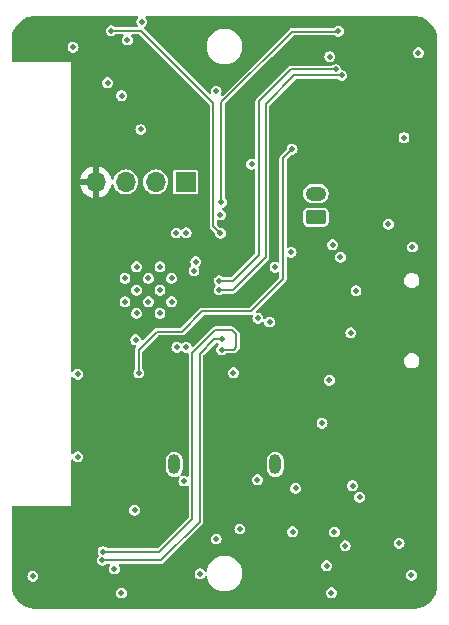
<source format=gbr>
%TF.GenerationSoftware,KiCad,Pcbnew,8.0.6*%
%TF.CreationDate,2024-11-05T15:00:17+00:00*%
%TF.ProjectId,racer,72616365-722e-46b6-9963-61645f706362,rev?*%
%TF.SameCoordinates,Original*%
%TF.FileFunction,Copper,L2,Inr*%
%TF.FilePolarity,Positive*%
%FSLAX46Y46*%
G04 Gerber Fmt 4.6, Leading zero omitted, Abs format (unit mm)*
G04 Created by KiCad (PCBNEW 8.0.6) date 2024-11-05 15:00:17*
%MOMM*%
%LPD*%
G01*
G04 APERTURE LIST*
G04 Aperture macros list*
%AMRoundRect*
0 Rectangle with rounded corners*
0 $1 Rounding radius*
0 $2 $3 $4 $5 $6 $7 $8 $9 X,Y pos of 4 corners*
0 Add a 4 corners polygon primitive as box body*
4,1,4,$2,$3,$4,$5,$6,$7,$8,$9,$2,$3,0*
0 Add four circle primitives for the rounded corners*
1,1,$1+$1,$2,$3*
1,1,$1+$1,$4,$5*
1,1,$1+$1,$6,$7*
1,1,$1+$1,$8,$9*
0 Add four rect primitives between the rounded corners*
20,1,$1+$1,$2,$3,$4,$5,0*
20,1,$1+$1,$4,$5,$6,$7,0*
20,1,$1+$1,$6,$7,$8,$9,0*
20,1,$1+$1,$8,$9,$2,$3,0*%
G04 Aperture macros list end*
%TA.AperFunction,ComponentPad*%
%ADD10RoundRect,0.250000X0.625000X-0.350000X0.625000X0.350000X-0.625000X0.350000X-0.625000X-0.350000X0*%
%TD*%
%TA.AperFunction,ComponentPad*%
%ADD11O,1.750000X1.200000*%
%TD*%
%TA.AperFunction,ComponentPad*%
%ADD12O,1.000000X1.700000*%
%TD*%
%TA.AperFunction,ComponentPad*%
%ADD13R,1.700000X1.700000*%
%TD*%
%TA.AperFunction,ComponentPad*%
%ADD14O,1.700000X1.700000*%
%TD*%
%TA.AperFunction,ComponentPad*%
%ADD15C,0.508000*%
%TD*%
%TA.AperFunction,ViaPad*%
%ADD16C,0.508000*%
%TD*%
%TA.AperFunction,Conductor*%
%ADD17C,0.203200*%
%TD*%
G04 APERTURE END LIST*
D10*
%TO.N,GND*%
%TO.C,J12*%
X25739000Y33163000D03*
D11*
%TO.N,LIPO+*%
X25739000Y35163000D03*
%TD*%
D12*
%TO.N,Net-(P1-SHIELD)*%
%TO.C,P1*%
X13764000Y12231600D03*
%TO.N,N/C*%
X22304000Y12231600D03*
%TD*%
D13*
%TO.N,/U0RXD*%
%TO.C,J11*%
X14706600Y36144200D03*
D14*
%TO.N,/U0TXD*%
X12166600Y36144200D03*
%TO.N,GND*%
X9626600Y36144200D03*
%TO.N,+3V3*%
X7086600Y36144200D03*
%TD*%
D15*
%TO.N,GND*%
%TO.C,U5*%
X10567300Y25012200D03*
X12542300Y25012200D03*
X9579800Y25999700D03*
X11554800Y25999700D03*
X13529800Y25999700D03*
X10567300Y26987200D03*
X12542300Y26987200D03*
X9579800Y27974700D03*
X11554800Y27974700D03*
X13529800Y27974700D03*
X10567300Y28962200D03*
X12542300Y28962200D03*
%TD*%
D16*
%TO.N,GND*%
X5181600Y47548800D03*
X14554200Y10820400D03*
X27813000Y29768800D03*
X5588000Y19862800D03*
X5588000Y12877800D03*
X34417000Y47091600D03*
X26873200Y19354800D03*
X18745200Y19989800D03*
X32791400Y5562600D03*
X17297400Y43815000D03*
X26644600Y3657600D03*
X26263600Y15722600D03*
X19304000Y6756400D03*
X23774400Y6527800D03*
X20294600Y37642800D03*
X10922000Y40589200D03*
X33909000Y30632400D03*
X17653000Y33375600D03*
X20828000Y24612600D03*
X1778000Y2768600D03*
X31877000Y32562800D03*
X33197800Y39903400D03*
X33832800Y2844800D03*
X10998200Y49707800D03*
X23647400Y30200600D03*
X9779000Y48158400D03*
X22275800Y28930600D03*
X10388600Y8356600D03*
X20777200Y10922000D03*
X8686800Y3378200D03*
X26924000Y46761400D03*
X15925800Y2971800D03*
X24028400Y10210800D03*
X28854400Y10439400D03*
%TO.N,+3V3*%
X11252200Y15087600D03*
X20066000Y24612600D03*
X30962600Y38862000D03*
X12293600Y40157400D03*
X9499600Y17195800D03*
%TO.N,/ADC_BATT*%
X23723600Y38912800D03*
X10744200Y19964400D03*
%TO.N,Net-(U5-IO27)*%
X9271000Y1346200D03*
X13919200Y31826200D03*
%TO.N,Net-(U5-IO26)*%
X27051000Y1371600D03*
X14757400Y31851600D03*
%TO.N,Net-(U5-IO25)*%
X17729200Y34417000D03*
X27635200Y48895000D03*
%TO.N,Net-(U5-IO22)*%
X8407400Y48945800D03*
X17653000Y31800800D03*
%TO.N,MOTOR_0_IN1*%
X8102600Y44551600D03*
X7721600Y4851400D03*
X17754600Y21945600D03*
%TO.N,MOTOR_0_IN2*%
X17780000Y22809200D03*
X7670800Y4114800D03*
X9296400Y43459400D03*
%TO.N,MOTOR_1_IN1*%
X27940000Y45161200D03*
X28219400Y5334000D03*
X17551400Y27000200D03*
%TO.N,MOTOR_1_IN2*%
X27305000Y6502400D03*
X17551400Y27787600D03*
X27432000Y45669200D03*
%TO.N,/SCL*%
X13970000Y22148800D03*
%TO.N,Net-(U5-IO11)*%
X15570200Y29387800D03*
%TO.N,Net-(U5-IO3)*%
X10490200Y22783800D03*
%TO.N,/SDA*%
X14757400Y22148800D03*
%TO.N,/HAL_OUT*%
X15417800Y28625800D03*
%TO.N,/CHRGR+*%
X21818600Y24282400D03*
X28702000Y23368000D03*
%TO.N,RAW*%
X29133800Y26924000D03*
X17297400Y5918200D03*
X27152600Y30835600D03*
X29438600Y9448800D03*
%TD*%
D17*
%TO.N,/ADC_BATT*%
X12255500Y23469600D02*
X10744200Y21958300D01*
X22961600Y38150800D02*
X22961600Y27940000D01*
X20218400Y25196800D02*
X16129000Y25196800D01*
X14401800Y23469600D02*
X12255500Y23469600D01*
X10744200Y21958300D02*
X10744200Y19964400D01*
X23723600Y38912800D02*
X22961600Y38150800D01*
X22961600Y27940000D02*
X20218400Y25196800D01*
X16129000Y25196800D02*
X14401800Y23469600D01*
%TO.N,Net-(U5-IO25)*%
X27635200Y48895000D02*
X27609800Y48869600D01*
X27609800Y48869600D02*
X23698200Y48869600D01*
X17729200Y42900600D02*
X17729200Y34417000D01*
X23698200Y48869600D02*
X17729200Y42900600D01*
%TO.N,Net-(U5-IO22)*%
X10947400Y48945800D02*
X17043400Y42849800D01*
X8407400Y48945800D02*
X10947400Y48945800D01*
X17043400Y42849800D02*
X17043400Y32410400D01*
X17043400Y32410400D02*
X17653000Y31800800D01*
%TO.N,MOTOR_0_IN1*%
X15265400Y21666200D02*
X17221200Y23622000D01*
X12496800Y4851400D02*
X15265400Y7620000D01*
X7721600Y4851400D02*
X12496800Y4851400D01*
X18618200Y23622000D02*
X18999200Y23241000D01*
X15265400Y7620000D02*
X15265400Y21666200D01*
X18999200Y22174200D02*
X18770600Y21945600D01*
X18999200Y23241000D02*
X18999200Y22174200D01*
X18770600Y21945600D02*
X17754600Y21945600D01*
X17221200Y23622000D02*
X18618200Y23622000D01*
%TO.N,MOTOR_0_IN2*%
X12623800Y4114800D02*
X7670800Y4114800D01*
X15900400Y21564600D02*
X15900400Y7391400D01*
X17780000Y22809200D02*
X17145000Y22809200D01*
X15900400Y7391400D02*
X12623800Y4114800D01*
X17145000Y22809200D02*
X15900400Y21564600D01*
%TO.N,MOTOR_1_IN1*%
X21488400Y42722800D02*
X21488400Y29794200D01*
X21488400Y29794200D02*
X18694400Y27000200D01*
X27940000Y45161200D02*
X23926800Y45161200D01*
X18694400Y27000200D02*
X17551400Y27000200D01*
X23926800Y45161200D02*
X21488400Y42722800D01*
%TO.N,MOTOR_1_IN2*%
X18719800Y27787600D02*
X20929600Y29997400D01*
X23622000Y45669200D02*
X27432000Y45669200D01*
X20929600Y42976800D02*
X23622000Y45669200D01*
X17551400Y27787600D02*
X18719800Y27787600D01*
X20929600Y29997400D02*
X20929600Y42976800D01*
%TD*%
%TA.AperFunction,Conductor*%
%TO.N,+3V3*%
G36*
X10657224Y50179987D02*
G01*
X10693769Y50129687D01*
X10693769Y50067513D01*
X10674121Y50032721D01*
X10609198Y49957798D01*
X10554524Y49838076D01*
X10549943Y49806212D01*
X10535793Y49707800D01*
X10554524Y49577525D01*
X10609198Y49457804D01*
X10644054Y49417578D01*
X10668256Y49360309D01*
X10654174Y49299750D01*
X10607185Y49259035D01*
X10568025Y49251100D01*
X8794423Y49251100D01*
X8735292Y49270313D01*
X8718396Y49285819D01*
X8710212Y49295264D01*
X8599490Y49366421D01*
X8473207Y49403500D01*
X8341593Y49403500D01*
X8215310Y49366421D01*
X8215309Y49366421D01*
X8104586Y49295263D01*
X8018398Y49195797D01*
X7963724Y49076076D01*
X7944993Y48945800D01*
X7963724Y48815525D01*
X8018398Y48695804D01*
X8068584Y48637886D01*
X8104588Y48596336D01*
X8215309Y48525180D01*
X8341593Y48488100D01*
X8473207Y48488100D01*
X8599491Y48525180D01*
X8710212Y48596336D01*
X8718396Y48605782D01*
X8771639Y48637886D01*
X8794423Y48640500D01*
X9370835Y48640500D01*
X9429966Y48621287D01*
X9466511Y48570987D01*
X9466511Y48508813D01*
X9446863Y48474021D01*
X9389998Y48408397D01*
X9356831Y48335769D01*
X9335324Y48288675D01*
X9316593Y48158400D01*
X9335324Y48028125D01*
X9389998Y47908404D01*
X9476188Y47808936D01*
X9586909Y47737780D01*
X9713193Y47700700D01*
X9844807Y47700700D01*
X9971091Y47737780D01*
X10081812Y47808936D01*
X10168002Y47908404D01*
X10222676Y48028125D01*
X10241407Y48158400D01*
X10222676Y48288675D01*
X10168002Y48408396D01*
X10111136Y48474022D01*
X10086934Y48531291D01*
X10101016Y48591849D01*
X10148004Y48632565D01*
X10187165Y48640500D01*
X10779271Y48640500D01*
X10838402Y48621287D01*
X10850406Y48611035D01*
X16708635Y42752806D01*
X16736861Y42697408D01*
X16738100Y42681671D01*
X16738100Y32370203D01*
X16753481Y32312804D01*
X16754420Y32309300D01*
X16758906Y32292559D01*
X16799100Y32222941D01*
X17090964Y31931076D01*
X17161770Y31860270D01*
X17189996Y31804872D01*
X17190211Y31803453D01*
X17209324Y31670525D01*
X17263998Y31550804D01*
X17328178Y31476736D01*
X17350188Y31451336D01*
X17460909Y31380180D01*
X17587193Y31343100D01*
X17718807Y31343100D01*
X17845091Y31380180D01*
X17955812Y31451336D01*
X18042002Y31550804D01*
X18096676Y31670525D01*
X18115407Y31800800D01*
X18096676Y31931075D01*
X18042002Y32050796D01*
X17955812Y32150264D01*
X17857667Y32213338D01*
X17845090Y32221421D01*
X17718807Y32258500D01*
X17668730Y32258500D01*
X17609599Y32277713D01*
X17597595Y32287965D01*
X17378165Y32507395D01*
X17349939Y32562793D01*
X17348700Y32578530D01*
X17348700Y32853542D01*
X17367913Y32912673D01*
X17418213Y32949218D01*
X17477641Y32950067D01*
X17587193Y32917900D01*
X17718807Y32917900D01*
X17845091Y32954980D01*
X17955812Y33026136D01*
X18042002Y33125604D01*
X18096676Y33245325D01*
X18115407Y33375600D01*
X18096676Y33505875D01*
X18042002Y33625596D01*
X17955812Y33725064D01*
X17845091Y33796220D01*
X17840521Y33799157D01*
X17801164Y33847289D01*
X17797615Y33909362D01*
X17831229Y33961666D01*
X17866568Y33980312D01*
X17869988Y33981317D01*
X17921291Y33996380D01*
X18032012Y34067536D01*
X18118202Y34167004D01*
X18172876Y34286725D01*
X18191607Y34417000D01*
X18172876Y34547275D01*
X18118202Y34666996D01*
X18059070Y34735238D01*
X18034869Y34792506D01*
X18034500Y34801115D01*
X18034500Y42732471D01*
X18053713Y42791602D01*
X18063965Y42803606D01*
X22021760Y46761400D01*
X26461593Y46761400D01*
X26480324Y46631125D01*
X26534998Y46511404D01*
X26605708Y46429800D01*
X26621188Y46411936D01*
X26731909Y46340780D01*
X26858193Y46303700D01*
X26989807Y46303700D01*
X27116091Y46340780D01*
X27226812Y46411936D01*
X27313002Y46511404D01*
X27367676Y46631125D01*
X27386407Y46761400D01*
X27367676Y46891675D01*
X27313002Y47011396D01*
X27243937Y47091101D01*
X27243505Y47091600D01*
X33954593Y47091600D01*
X33973324Y46961325D01*
X34027998Y46841604D01*
X34097495Y46761400D01*
X34114188Y46742136D01*
X34224909Y46670980D01*
X34351193Y46633900D01*
X34482807Y46633900D01*
X34609091Y46670980D01*
X34719812Y46742136D01*
X34806002Y46841604D01*
X34860676Y46961325D01*
X34879407Y47091600D01*
X34860676Y47221875D01*
X34806002Y47341596D01*
X34719812Y47441064D01*
X34657174Y47481319D01*
X34609090Y47512221D01*
X34482807Y47549300D01*
X34351193Y47549300D01*
X34224910Y47512221D01*
X34224909Y47512221D01*
X34114186Y47441063D01*
X34027998Y47341597D01*
X33973324Y47221876D01*
X33954593Y47091600D01*
X27243505Y47091600D01*
X27226813Y47110863D01*
X27226812Y47110864D01*
X27171451Y47146442D01*
X27116090Y47182021D01*
X26989807Y47219100D01*
X26858193Y47219100D01*
X26731910Y47182021D01*
X26731909Y47182021D01*
X26621186Y47110863D01*
X26534998Y47011397D01*
X26480324Y46891676D01*
X26461593Y46761400D01*
X22021760Y46761400D01*
X23795195Y48534835D01*
X23850593Y48563061D01*
X23866330Y48564300D01*
X27273652Y48564300D01*
X27328041Y48548330D01*
X27332387Y48545537D01*
X27332388Y48545536D01*
X27443109Y48474380D01*
X27569393Y48437300D01*
X27701007Y48437300D01*
X27827291Y48474380D01*
X27938012Y48545536D01*
X28024202Y48645004D01*
X28078876Y48764725D01*
X28097607Y48895000D01*
X28078876Y49025275D01*
X28024202Y49144996D01*
X27968204Y49209621D01*
X27938013Y49244463D01*
X27938012Y49244464D01*
X27858966Y49295264D01*
X27827290Y49315621D01*
X27701007Y49352700D01*
X27569393Y49352700D01*
X27443110Y49315621D01*
X27443109Y49315621D01*
X27332386Y49244463D01*
X27302196Y49209621D01*
X27248953Y49177514D01*
X27226168Y49174900D01*
X23658002Y49174900D01*
X23580365Y49154097D01*
X23580356Y49154093D01*
X23510743Y49113904D01*
X23510742Y49113903D01*
X17849151Y43452310D01*
X17793753Y43424084D01*
X17732345Y43433810D01*
X17688381Y43477774D01*
X17678655Y43539182D01*
X17686505Y43565230D01*
X17741076Y43684725D01*
X17759807Y43815000D01*
X17741076Y43945275D01*
X17686402Y44064996D01*
X17600212Y44164464D01*
X17541590Y44202138D01*
X17489490Y44235621D01*
X17363207Y44272700D01*
X17231593Y44272700D01*
X17105310Y44235621D01*
X17105309Y44235621D01*
X16994586Y44164463D01*
X16908398Y44064997D01*
X16853724Y43945276D01*
X16834993Y43815000D01*
X16834993Y43814999D01*
X16846557Y43734564D01*
X16835955Y43673300D01*
X16791367Y43629969D01*
X16729826Y43621122D01*
X16675847Y43649113D01*
X12607073Y47717886D01*
X16505700Y47717886D01*
X16505700Y47481315D01*
X16542706Y47247675D01*
X16542709Y47247661D01*
X16615807Y47022687D01*
X16723200Y46811918D01*
X16723205Y46811909D01*
X16759902Y46761400D01*
X16862250Y46620529D01*
X16862252Y46620527D01*
X17029527Y46453252D01*
X17220909Y46314205D01*
X17220917Y46314201D01*
X17431686Y46206808D01*
X17656660Y46133710D01*
X17656662Y46133710D01*
X17656670Y46133707D01*
X17890314Y46096701D01*
X17890316Y46096700D01*
X17890319Y46096700D01*
X18126884Y46096700D01*
X18126884Y46096701D01*
X18360530Y46133707D01*
X18585513Y46206808D01*
X18796291Y46314205D01*
X18987673Y46453252D01*
X19154948Y46620527D01*
X19293995Y46811909D01*
X19401392Y47022687D01*
X19474493Y47247670D01*
X19511500Y47481319D01*
X19511500Y47717881D01*
X19511500Y47717885D01*
X19511499Y47717886D01*
X19497078Y47808936D01*
X19474493Y47951530D01*
X19468680Y47969421D01*
X19401392Y48176514D01*
X19293999Y48387283D01*
X19293995Y48387291D01*
X19179022Y48545538D01*
X19154949Y48578672D01*
X18987671Y48745950D01*
X18891908Y48815525D01*
X18796291Y48884995D01*
X18796285Y48884998D01*
X18796282Y48885000D01*
X18585513Y48992393D01*
X18360539Y49065491D01*
X18360525Y49065494D01*
X18126885Y49102500D01*
X18126881Y49102500D01*
X17890319Y49102500D01*
X17890315Y49102500D01*
X17656674Y49065494D01*
X17656660Y49065491D01*
X17431686Y48992393D01*
X17220917Y48885000D01*
X17220906Y48884993D01*
X17029528Y48745950D01*
X16862250Y48578672D01*
X16723207Y48387294D01*
X16723200Y48387283D01*
X16615807Y48176514D01*
X16542709Y47951540D01*
X16542706Y47951526D01*
X16505700Y47717886D01*
X12607073Y47717886D01*
X11185718Y49139241D01*
X11157493Y49194638D01*
X11167219Y49256046D01*
X11202464Y49295004D01*
X11301012Y49358336D01*
X11387202Y49457804D01*
X11441876Y49577525D01*
X11460607Y49707800D01*
X11441876Y49838075D01*
X11387202Y49957796D01*
X11387201Y49957797D01*
X11387201Y49957798D01*
X11322279Y50032721D01*
X11298076Y50089991D01*
X11312158Y50150550D01*
X11359146Y50191265D01*
X11398307Y50199200D01*
X34001903Y50199200D01*
X34003696Y50199184D01*
X34007142Y50199123D01*
X34139378Y50196765D01*
X34151879Y50195758D01*
X34421352Y50157014D01*
X34435378Y50153963D01*
X34695717Y50077521D01*
X34709162Y50072506D01*
X34955982Y49959787D01*
X34968569Y49952914D01*
X35147260Y49838076D01*
X35196832Y49806218D01*
X35208319Y49797619D01*
X35413389Y49619926D01*
X35423525Y49609790D01*
X35555221Y49457804D01*
X35601216Y49404723D01*
X35609817Y49393233D01*
X35756510Y49164975D01*
X35763389Y49152377D01*
X35876104Y48905565D01*
X35881120Y48892116D01*
X35957562Y48631778D01*
X35960613Y48617753D01*
X35999356Y48348292D01*
X36000364Y48335769D01*
X36002784Y48200098D01*
X36002800Y48198304D01*
X36002800Y1998097D01*
X36002784Y1996303D01*
X36000364Y1860632D01*
X35999356Y1848109D01*
X35960613Y1578648D01*
X35957562Y1564623D01*
X35881120Y1304285D01*
X35876104Y1290836D01*
X35763389Y1044024D01*
X35756510Y1031426D01*
X35609817Y803168D01*
X35601216Y791678D01*
X35423532Y586618D01*
X35413382Y576468D01*
X35208322Y398784D01*
X35196832Y390183D01*
X34968574Y243490D01*
X34955976Y236611D01*
X34709164Y123896D01*
X34695715Y118880D01*
X34435377Y42438D01*
X34421352Y39387D01*
X34151891Y644D01*
X34139368Y-364D01*
X34003697Y-2784D01*
X34001903Y-2800D01*
X2003695Y-2800D01*
X2001901Y-2784D01*
X1866230Y-364D01*
X1853707Y644D01*
X1584246Y39387D01*
X1570221Y42438D01*
X1309883Y118880D01*
X1296434Y123896D01*
X1049622Y236611D01*
X1037024Y243490D01*
X808767Y390183D01*
X797277Y398784D01*
X592210Y576475D01*
X582074Y586611D01*
X404381Y791681D01*
X395782Y803168D01*
X340942Y888500D01*
X249086Y1031430D01*
X242213Y1044017D01*
X129494Y1290837D01*
X124479Y1304284D01*
X112171Y1346200D01*
X8808593Y1346200D01*
X8827324Y1215925D01*
X8881998Y1096204D01*
X8946178Y1022136D01*
X8968188Y996736D01*
X9078909Y925580D01*
X9205193Y888500D01*
X9336807Y888500D01*
X9463091Y925580D01*
X9573812Y996736D01*
X9660002Y1096204D01*
X9714676Y1215925D01*
X9733407Y1346200D01*
X9729755Y1371600D01*
X26588593Y1371600D01*
X26607324Y1241325D01*
X26661998Y1121604D01*
X26740134Y1031430D01*
X26748188Y1022136D01*
X26858909Y950980D01*
X26985193Y913900D01*
X27116807Y913900D01*
X27243091Y950980D01*
X27353812Y1022136D01*
X27440002Y1121604D01*
X27494676Y1241325D01*
X27513407Y1371600D01*
X27494676Y1501875D01*
X27440002Y1621596D01*
X27375821Y1695664D01*
X27353813Y1721063D01*
X27353812Y1721064D01*
X27282613Y1766821D01*
X27243090Y1792221D01*
X27116807Y1829300D01*
X26985193Y1829300D01*
X26858910Y1792221D01*
X26858909Y1792221D01*
X26748186Y1721063D01*
X26661998Y1621597D01*
X26607324Y1501876D01*
X26588593Y1371600D01*
X9729755Y1371600D01*
X9714676Y1476475D01*
X9660002Y1596196D01*
X9573812Y1695664D01*
X9518451Y1731242D01*
X9463090Y1766821D01*
X9336807Y1803900D01*
X9205193Y1803900D01*
X9078910Y1766821D01*
X9078909Y1766821D01*
X8968186Y1695663D01*
X8881998Y1596197D01*
X8827324Y1476476D01*
X8808593Y1346200D01*
X112171Y1346200D01*
X48037Y1564623D01*
X44986Y1578647D01*
X38811Y1621597D01*
X6242Y1848120D01*
X5235Y1860621D01*
X2816Y1996303D01*
X2800Y1998095D01*
X2800Y2768600D01*
X1315593Y2768600D01*
X1334324Y2638325D01*
X1388998Y2518604D01*
X1474190Y2420287D01*
X1475188Y2419136D01*
X1585909Y2347980D01*
X1712193Y2310900D01*
X1843807Y2310900D01*
X1970091Y2347980D01*
X2080812Y2419136D01*
X2167002Y2518604D01*
X2221676Y2638325D01*
X2240407Y2768600D01*
X2221676Y2898875D01*
X2167002Y3018596D01*
X2080812Y3118064D01*
X2018172Y3158320D01*
X1970090Y3189221D01*
X1843807Y3226300D01*
X1712193Y3226300D01*
X1585910Y3189221D01*
X1585909Y3189221D01*
X1475186Y3118063D01*
X1388998Y3018597D01*
X1334324Y2898876D01*
X1315593Y2768600D01*
X2800Y2768600D01*
X2800Y4114800D01*
X7208393Y4114800D01*
X7227124Y3984525D01*
X7281798Y3864804D01*
X7331984Y3806886D01*
X7367988Y3765336D01*
X7478709Y3694180D01*
X7604993Y3657100D01*
X7736607Y3657100D01*
X7862891Y3694180D01*
X7973612Y3765336D01*
X7981796Y3774782D01*
X8035039Y3806886D01*
X8057823Y3809500D01*
X8234616Y3809500D01*
X8293747Y3790287D01*
X8330292Y3739987D01*
X8330292Y3677813D01*
X8310644Y3643021D01*
X8297798Y3628198D01*
X8273099Y3574113D01*
X8243124Y3508475D01*
X8224393Y3378200D01*
X8243124Y3247925D01*
X8297798Y3128204D01*
X8383988Y3028736D01*
X8494709Y2957580D01*
X8620993Y2920500D01*
X8752607Y2920500D01*
X8878891Y2957580D01*
X8901018Y2971800D01*
X15463393Y2971800D01*
X15482124Y2841525D01*
X15536798Y2721804D01*
X15622988Y2622336D01*
X15733709Y2551180D01*
X15859993Y2514100D01*
X15991607Y2514100D01*
X16117891Y2551180D01*
X16228612Y2622336D01*
X16314802Y2721804D01*
X16336363Y2769018D01*
X16378403Y2814824D01*
X16439339Y2827171D01*
X16495895Y2801344D01*
X16526468Y2747206D01*
X16527233Y2742965D01*
X16542706Y2645275D01*
X16542709Y2645261D01*
X16615807Y2420287D01*
X16723200Y2209518D01*
X16723205Y2209509D01*
X16792728Y2113818D01*
X16862250Y2018129D01*
X16862252Y2018127D01*
X17029527Y1850852D01*
X17220909Y1711805D01*
X17220917Y1711801D01*
X17431686Y1604408D01*
X17656660Y1531310D01*
X17656662Y1531310D01*
X17656670Y1531307D01*
X17890314Y1494301D01*
X17890316Y1494300D01*
X17890319Y1494300D01*
X18126884Y1494300D01*
X18126884Y1494301D01*
X18360530Y1531307D01*
X18585513Y1604408D01*
X18796291Y1711805D01*
X18987673Y1850852D01*
X19154948Y2018127D01*
X19293995Y2209509D01*
X19401392Y2420287D01*
X19474493Y2645270D01*
X19506096Y2844800D01*
X33370393Y2844800D01*
X33389124Y2714525D01*
X33443798Y2594804D01*
X33529988Y2495336D01*
X33640709Y2424180D01*
X33766993Y2387100D01*
X33898607Y2387100D01*
X34024891Y2424180D01*
X34135612Y2495336D01*
X34221802Y2594804D01*
X34276476Y2714525D01*
X34295207Y2844800D01*
X34276476Y2975075D01*
X34221802Y3094796D01*
X34135612Y3194264D01*
X34052114Y3247925D01*
X34024890Y3265421D01*
X33898607Y3302500D01*
X33766993Y3302500D01*
X33640710Y3265421D01*
X33640709Y3265421D01*
X33529986Y3194263D01*
X33443798Y3094797D01*
X33389124Y2975076D01*
X33381277Y2920501D01*
X33370393Y2844800D01*
X19506096Y2844800D01*
X19511500Y2878919D01*
X19511500Y3115481D01*
X19511500Y3115485D01*
X19511499Y3115486D01*
X19500681Y3183786D01*
X19474493Y3349130D01*
X19465048Y3378200D01*
X19401392Y3574114D01*
X19358853Y3657600D01*
X26182193Y3657600D01*
X26200924Y3527325D01*
X26255598Y3407604D01*
X26306257Y3349140D01*
X26341788Y3308136D01*
X26452509Y3236980D01*
X26578793Y3199900D01*
X26710407Y3199900D01*
X26836691Y3236980D01*
X26947412Y3308136D01*
X27033602Y3407604D01*
X27088276Y3527325D01*
X27107007Y3657600D01*
X27088276Y3787875D01*
X27033602Y3907596D01*
X26947412Y4007064D01*
X26892051Y4042642D01*
X26836690Y4078221D01*
X26710407Y4115300D01*
X26578793Y4115300D01*
X26452510Y4078221D01*
X26452509Y4078221D01*
X26341786Y4007063D01*
X26255598Y3907597D01*
X26200924Y3787876D01*
X26182193Y3657600D01*
X19358853Y3657600D01*
X19293999Y3784883D01*
X19293995Y3784891D01*
X19154948Y3976273D01*
X18987673Y4143548D01*
X18987671Y4143550D01*
X18847933Y4245075D01*
X18796291Y4282595D01*
X18796285Y4282598D01*
X18796282Y4282600D01*
X18585513Y4389993D01*
X18360539Y4463091D01*
X18360525Y4463094D01*
X18126885Y4500100D01*
X18126881Y4500100D01*
X17890319Y4500100D01*
X17890315Y4500100D01*
X17656674Y4463094D01*
X17656660Y4463091D01*
X17431686Y4389993D01*
X17220917Y4282600D01*
X17220906Y4282593D01*
X17029528Y4143550D01*
X16862250Y3976272D01*
X16723207Y3784894D01*
X16723200Y3784883D01*
X16615807Y3574114D01*
X16542709Y3349140D01*
X16542706Y3349126D01*
X16521258Y3213718D01*
X16493031Y3158320D01*
X16437633Y3130094D01*
X16376225Y3139821D01*
X16332261Y3183786D01*
X16330413Y3187612D01*
X16314802Y3221796D01*
X16228612Y3321264D01*
X16140018Y3378200D01*
X16117890Y3392421D01*
X15991607Y3429500D01*
X15859993Y3429500D01*
X15733710Y3392421D01*
X15733709Y3392421D01*
X15622986Y3321263D01*
X15536798Y3221797D01*
X15482124Y3102076D01*
X15481077Y3094796D01*
X15463393Y2971800D01*
X8901018Y2971800D01*
X8989612Y3028736D01*
X9075802Y3128204D01*
X9130476Y3247925D01*
X9149207Y3378200D01*
X9130476Y3508475D01*
X9075802Y3628196D01*
X9075801Y3628197D01*
X9075801Y3628198D01*
X9062956Y3643021D01*
X9038753Y3700291D01*
X9052835Y3760850D01*
X9099823Y3801565D01*
X9138984Y3809500D01*
X12663991Y3809500D01*
X12663993Y3809500D01*
X12741641Y3830306D01*
X12751330Y3835900D01*
X12811259Y3870500D01*
X14274759Y5334000D01*
X27756993Y5334000D01*
X27775724Y5203725D01*
X27830398Y5084004D01*
X27916588Y4984536D01*
X28027309Y4913380D01*
X28153593Y4876300D01*
X28285207Y4876300D01*
X28411491Y4913380D01*
X28522212Y4984536D01*
X28608402Y5084004D01*
X28663076Y5203725D01*
X28681807Y5334000D01*
X28663076Y5464275D01*
X28618173Y5562600D01*
X32328993Y5562600D01*
X32347724Y5432325D01*
X32402398Y5312604D01*
X32437563Y5272021D01*
X32488588Y5213136D01*
X32599309Y5141980D01*
X32725593Y5104900D01*
X32857207Y5104900D01*
X32983491Y5141980D01*
X33094212Y5213136D01*
X33180402Y5312604D01*
X33235076Y5432325D01*
X33253807Y5562600D01*
X33235076Y5692875D01*
X33180402Y5812596D01*
X33094212Y5912064D01*
X33038851Y5947642D01*
X32983490Y5983221D01*
X32857207Y6020300D01*
X32725593Y6020300D01*
X32599310Y5983221D01*
X32599309Y5983221D01*
X32488586Y5912063D01*
X32402398Y5812597D01*
X32347724Y5692876D01*
X32328993Y5562600D01*
X28618173Y5562600D01*
X28608402Y5583996D01*
X28522212Y5683464D01*
X28466851Y5719042D01*
X28411490Y5754621D01*
X28285207Y5791700D01*
X28153593Y5791700D01*
X28027310Y5754621D01*
X28027309Y5754621D01*
X27916586Y5683463D01*
X27830398Y5583997D01*
X27790934Y5497580D01*
X27775724Y5464275D01*
X27756993Y5334000D01*
X14274759Y5334000D01*
X14858959Y5918200D01*
X16834993Y5918200D01*
X16853724Y5787925D01*
X16908398Y5668204D01*
X16994588Y5568736D01*
X17105309Y5497580D01*
X17231593Y5460500D01*
X17363207Y5460500D01*
X17489491Y5497580D01*
X17600212Y5568736D01*
X17686402Y5668204D01*
X17741076Y5787925D01*
X17759807Y5918200D01*
X17741076Y6048475D01*
X17686402Y6168196D01*
X17600212Y6267664D01*
X17544851Y6303242D01*
X17489490Y6338821D01*
X17363207Y6375900D01*
X17231593Y6375900D01*
X17105310Y6338821D01*
X17105309Y6338821D01*
X16994586Y6267663D01*
X16908398Y6168197D01*
X16863600Y6070100D01*
X16853724Y6048475D01*
X16834993Y5918200D01*
X14858959Y5918200D01*
X15697159Y6756400D01*
X18841593Y6756400D01*
X18860324Y6626125D01*
X18914998Y6506404D01*
X18918467Y6502400D01*
X19001188Y6406936D01*
X19111909Y6335780D01*
X19238193Y6298700D01*
X19369807Y6298700D01*
X19496091Y6335780D01*
X19606812Y6406936D01*
X19693002Y6506404D01*
X19702773Y6527800D01*
X23311993Y6527800D01*
X23330724Y6397525D01*
X23385398Y6277804D01*
X23471588Y6178336D01*
X23582309Y6107180D01*
X23708593Y6070100D01*
X23840207Y6070100D01*
X23966491Y6107180D01*
X24077212Y6178336D01*
X24163402Y6277804D01*
X24218076Y6397525D01*
X24233155Y6502400D01*
X26842593Y6502400D01*
X26861324Y6372125D01*
X26915998Y6252404D01*
X26980178Y6178336D01*
X27002188Y6152936D01*
X27112909Y6081780D01*
X27239193Y6044700D01*
X27370807Y6044700D01*
X27497091Y6081780D01*
X27607812Y6152936D01*
X27694002Y6252404D01*
X27748676Y6372125D01*
X27767407Y6502400D01*
X27748676Y6632675D01*
X27694002Y6752396D01*
X27607812Y6851864D01*
X27552451Y6887442D01*
X27497090Y6923021D01*
X27370807Y6960100D01*
X27239193Y6960100D01*
X27112910Y6923021D01*
X27112909Y6923021D01*
X27002186Y6851863D01*
X26915998Y6752397D01*
X26861324Y6632676D01*
X26842593Y6502400D01*
X24233155Y6502400D01*
X24236807Y6527800D01*
X24218076Y6658075D01*
X24163402Y6777796D01*
X24077212Y6877264D01*
X24006013Y6923021D01*
X23966490Y6948421D01*
X23840207Y6985500D01*
X23708593Y6985500D01*
X23582310Y6948421D01*
X23582309Y6948421D01*
X23471586Y6877263D01*
X23385398Y6777797D01*
X23373799Y6752397D01*
X23330724Y6658075D01*
X23311993Y6527800D01*
X19702773Y6527800D01*
X19747676Y6626125D01*
X19766407Y6756400D01*
X19747676Y6886675D01*
X19693002Y7006396D01*
X19606812Y7105864D01*
X19551451Y7141442D01*
X19496090Y7177021D01*
X19369807Y7214100D01*
X19238193Y7214100D01*
X19111910Y7177021D01*
X19111909Y7177021D01*
X19001186Y7105863D01*
X18914998Y7006397D01*
X18860324Y6886676D01*
X18841593Y6756400D01*
X15697159Y6756400D01*
X16144700Y7203941D01*
X16184894Y7273558D01*
X16186239Y7278580D01*
X16189289Y7289962D01*
X16189290Y7289966D01*
X16196225Y7315851D01*
X16205700Y7351207D01*
X16205700Y9448800D01*
X28976193Y9448800D01*
X28994924Y9318525D01*
X29049598Y9198804D01*
X29135788Y9099336D01*
X29246509Y9028180D01*
X29372793Y8991100D01*
X29504407Y8991100D01*
X29630691Y9028180D01*
X29741412Y9099336D01*
X29827602Y9198804D01*
X29882276Y9318525D01*
X29901007Y9448800D01*
X29882276Y9579075D01*
X29827602Y9698796D01*
X29741412Y9798264D01*
X29643267Y9861338D01*
X29630690Y9869421D01*
X29504407Y9906500D01*
X29372793Y9906500D01*
X29246510Y9869421D01*
X29246509Y9869421D01*
X29135786Y9798263D01*
X29049598Y9698797D01*
X29049598Y9698796D01*
X28994924Y9579075D01*
X28976193Y9448800D01*
X16205700Y9448800D01*
X16205700Y10210800D01*
X23565993Y10210800D01*
X23584724Y10080525D01*
X23639398Y9960804D01*
X23725588Y9861336D01*
X23836309Y9790180D01*
X23962593Y9753100D01*
X24094207Y9753100D01*
X24220491Y9790180D01*
X24331212Y9861336D01*
X24417402Y9960804D01*
X24472076Y10080525D01*
X24490807Y10210800D01*
X24472076Y10341075D01*
X24427173Y10439400D01*
X28391993Y10439400D01*
X28410724Y10309125D01*
X28465398Y10189404D01*
X28551588Y10089936D01*
X28662309Y10018780D01*
X28788593Y9981700D01*
X28920207Y9981700D01*
X29046491Y10018780D01*
X29157212Y10089936D01*
X29243402Y10189404D01*
X29298076Y10309125D01*
X29316807Y10439400D01*
X29298076Y10569675D01*
X29243402Y10689396D01*
X29157212Y10788864D01*
X29101851Y10824442D01*
X29046490Y10860021D01*
X28920207Y10897100D01*
X28788593Y10897100D01*
X28662310Y10860021D01*
X28662309Y10860021D01*
X28551586Y10788863D01*
X28465398Y10689397D01*
X28410724Y10569676D01*
X28396528Y10470938D01*
X28391993Y10439400D01*
X24427173Y10439400D01*
X24417402Y10460796D01*
X24331212Y10560264D01*
X24257858Y10607406D01*
X24220490Y10631421D01*
X24094207Y10668500D01*
X23962593Y10668500D01*
X23836310Y10631421D01*
X23836309Y10631421D01*
X23725586Y10560263D01*
X23639398Y10460797D01*
X23594600Y10362700D01*
X23584724Y10341075D01*
X23565993Y10210800D01*
X16205700Y10210800D01*
X16205700Y10922000D01*
X20314793Y10922000D01*
X20333524Y10791725D01*
X20388198Y10672004D01*
X20423363Y10631421D01*
X20474388Y10572536D01*
X20585109Y10501380D01*
X20711393Y10464300D01*
X20843007Y10464300D01*
X20969291Y10501380D01*
X21080012Y10572536D01*
X21166202Y10672004D01*
X21220876Y10791725D01*
X21239607Y10922000D01*
X21220876Y11052275D01*
X21166202Y11171996D01*
X21099623Y11248832D01*
X21080013Y11271463D01*
X21080012Y11271464D01*
X20981142Y11335004D01*
X20969290Y11342621D01*
X20843007Y11379700D01*
X20711393Y11379700D01*
X20585110Y11342621D01*
X20585109Y11342621D01*
X20474386Y11271463D01*
X20388198Y11171997D01*
X20333524Y11052276D01*
X20314793Y10922000D01*
X16205700Y10922000D01*
X16205700Y12650908D01*
X21600300Y12650908D01*
X21600300Y11812293D01*
X21627343Y11676336D01*
X21680387Y11548277D01*
X21680388Y11548274D01*
X21680389Y11548273D01*
X21757400Y11433017D01*
X21855417Y11335000D01*
X21970673Y11257989D01*
X22034705Y11231466D01*
X22098735Y11204944D01*
X22098736Y11204944D01*
X22098738Y11204943D01*
X22234692Y11177900D01*
X22234693Y11177900D01*
X22373307Y11177900D01*
X22373308Y11177900D01*
X22509262Y11204943D01*
X22637327Y11257989D01*
X22752583Y11335000D01*
X22850600Y11433017D01*
X22927611Y11548273D01*
X22980657Y11676338D01*
X23007700Y11812292D01*
X23007700Y12650908D01*
X22980657Y12786862D01*
X22927611Y12914927D01*
X22850600Y13030183D01*
X22752583Y13128200D01*
X22637327Y13205211D01*
X22637328Y13205211D01*
X22637326Y13205212D01*
X22637323Y13205213D01*
X22509264Y13258257D01*
X22418626Y13276286D01*
X22373308Y13285300D01*
X22234692Y13285300D01*
X22200703Y13278540D01*
X22098735Y13258257D01*
X21970676Y13205213D01*
X21970673Y13205212D01*
X21883835Y13147189D01*
X21859011Y13130601D01*
X21855413Y13128197D01*
X21757403Y13030187D01*
X21680388Y12914927D01*
X21680387Y12914924D01*
X21627343Y12786865D01*
X21600300Y12650908D01*
X16205700Y12650908D01*
X16205700Y15722600D01*
X25801193Y15722600D01*
X25819924Y15592325D01*
X25874598Y15472604D01*
X25960788Y15373136D01*
X26071509Y15301980D01*
X26197793Y15264900D01*
X26329407Y15264900D01*
X26455691Y15301980D01*
X26566412Y15373136D01*
X26652602Y15472604D01*
X26707276Y15592325D01*
X26726007Y15722600D01*
X26707276Y15852875D01*
X26652602Y15972596D01*
X26566412Y16072064D01*
X26511051Y16107642D01*
X26455690Y16143221D01*
X26329407Y16180300D01*
X26197793Y16180300D01*
X26071510Y16143221D01*
X26071509Y16143221D01*
X25960786Y16072063D01*
X25874598Y15972597D01*
X25874598Y15972596D01*
X25819924Y15852875D01*
X25801193Y15722600D01*
X16205700Y15722600D01*
X16205700Y19354800D01*
X26410793Y19354800D01*
X26429524Y19224525D01*
X26484198Y19104804D01*
X26570388Y19005336D01*
X26681109Y18934180D01*
X26807393Y18897100D01*
X26939007Y18897100D01*
X27065291Y18934180D01*
X27176012Y19005336D01*
X27262202Y19104804D01*
X27316876Y19224525D01*
X27335607Y19354800D01*
X27316876Y19485075D01*
X27262202Y19604796D01*
X27176012Y19704264D01*
X27120651Y19739842D01*
X27065290Y19775421D01*
X26939007Y19812500D01*
X26807393Y19812500D01*
X26681110Y19775421D01*
X26681109Y19775421D01*
X26570386Y19704263D01*
X26484198Y19604797D01*
X26429524Y19485076D01*
X26418025Y19405101D01*
X26410793Y19354800D01*
X16205700Y19354800D01*
X16205700Y19989800D01*
X18282793Y19989800D01*
X18301524Y19859525D01*
X18356198Y19739804D01*
X18442388Y19640336D01*
X18553109Y19569180D01*
X18679393Y19532100D01*
X18811007Y19532100D01*
X18937291Y19569180D01*
X19048012Y19640336D01*
X19134202Y19739804D01*
X19188876Y19859525D01*
X19207607Y19989800D01*
X19188876Y20120075D01*
X19134202Y20239796D01*
X19048012Y20339264D01*
X18982148Y20381592D01*
X18937290Y20410421D01*
X18811007Y20447500D01*
X18679393Y20447500D01*
X18553110Y20410421D01*
X18553109Y20410421D01*
X18442386Y20339263D01*
X18356198Y20239797D01*
X18301524Y20120076D01*
X18300477Y20112796D01*
X18282793Y19989800D01*
X16205700Y19989800D01*
X16205700Y21073705D01*
X33205300Y21073705D01*
X33205300Y20945095D01*
X33230391Y20818956D01*
X33279608Y20700136D01*
X33315575Y20646308D01*
X33351058Y20593203D01*
X33351060Y20593201D01*
X33442001Y20502260D01*
X33548936Y20430808D01*
X33667756Y20381591D01*
X33793895Y20356500D01*
X33793896Y20356500D01*
X33922504Y20356500D01*
X33922505Y20356500D01*
X34048644Y20381591D01*
X34167464Y20430808D01*
X34274399Y20502260D01*
X34365340Y20593201D01*
X34436792Y20700136D01*
X34486009Y20818956D01*
X34511100Y20945095D01*
X34511100Y21073705D01*
X34486009Y21199844D01*
X34436792Y21318664D01*
X34365340Y21425599D01*
X34274399Y21516540D01*
X34274397Y21516542D01*
X34203159Y21564141D01*
X34167464Y21587992D01*
X34167461Y21587994D01*
X34167460Y21587994D01*
X34048645Y21637209D01*
X33985574Y21649755D01*
X33922505Y21662300D01*
X33793895Y21662300D01*
X33751848Y21653937D01*
X33667754Y21637209D01*
X33548939Y21587994D01*
X33442002Y21516542D01*
X33442001Y21516540D01*
X33351060Y21425599D01*
X33351058Y21425598D01*
X33279606Y21318661D01*
X33230391Y21199846D01*
X33230391Y21199844D01*
X33205300Y21073705D01*
X16205700Y21073705D01*
X16205700Y21396471D01*
X16224913Y21455602D01*
X16235165Y21467606D01*
X17241994Y22474435D01*
X17297392Y22502661D01*
X17313129Y22503900D01*
X17392977Y22503900D01*
X17452108Y22484687D01*
X17469002Y22469183D01*
X17477185Y22459739D01*
X17481899Y22454300D01*
X17479934Y22452598D01*
X17506031Y22409319D01*
X17500709Y22347373D01*
X17462437Y22301908D01*
X17451787Y22295064D01*
X17365598Y22195597D01*
X17310924Y22075876D01*
X17292193Y21945600D01*
X17310924Y21815325D01*
X17365598Y21695604D01*
X17415784Y21637686D01*
X17451788Y21596136D01*
X17562509Y21524980D01*
X17688793Y21487900D01*
X17820407Y21487900D01*
X17946691Y21524980D01*
X18057412Y21596136D01*
X18065596Y21605582D01*
X18118839Y21637686D01*
X18141623Y21640300D01*
X18810791Y21640300D01*
X18810793Y21640300D01*
X18888441Y21661106D01*
X18925394Y21682441D01*
X18958059Y21701300D01*
X19243500Y21986741D01*
X19283694Y22056358D01*
X19289266Y22077157D01*
X19289269Y22077162D01*
X19289268Y22077162D01*
X19304499Y22134005D01*
X19304500Y22134007D01*
X19304500Y23281193D01*
X19283694Y23358841D01*
X19283694Y23358842D01*
X19278407Y23368000D01*
X28239593Y23368000D01*
X28258324Y23237725D01*
X28312998Y23118004D01*
X28399188Y23018536D01*
X28509909Y22947380D01*
X28636193Y22910300D01*
X28767807Y22910300D01*
X28894091Y22947380D01*
X29004812Y23018536D01*
X29091002Y23118004D01*
X29145676Y23237725D01*
X29164407Y23368000D01*
X29145676Y23498275D01*
X29091002Y23617996D01*
X29004812Y23717464D01*
X28913512Y23776139D01*
X28894090Y23788621D01*
X28767807Y23825700D01*
X28636193Y23825700D01*
X28509910Y23788621D01*
X28509909Y23788621D01*
X28399186Y23717463D01*
X28312998Y23617997D01*
X28312998Y23617996D01*
X28258324Y23498275D01*
X28239593Y23368000D01*
X19278407Y23368000D01*
X19243500Y23428459D01*
X18805659Y23866300D01*
X18764295Y23890182D01*
X18736042Y23906494D01*
X18658395Y23927300D01*
X18658393Y23927300D01*
X17181007Y23927300D01*
X17181002Y23927300D01*
X17103365Y23906497D01*
X17103356Y23906493D01*
X17033743Y23866304D01*
X15374038Y22206599D01*
X15318640Y22178373D01*
X15257232Y22188099D01*
X15213268Y22232063D01*
X15203327Y22263418D01*
X15202364Y22270113D01*
X15201076Y22279075D01*
X15146402Y22398796D01*
X15060212Y22498264D01*
X15004851Y22533842D01*
X14949490Y22569421D01*
X14823207Y22606500D01*
X14691593Y22606500D01*
X14565310Y22569421D01*
X14565309Y22569421D01*
X14454587Y22498264D01*
X14439727Y22481114D01*
X14386483Y22449009D01*
X14324537Y22454331D01*
X14287673Y22481114D01*
X14272812Y22498264D01*
X14162090Y22569421D01*
X14035807Y22606500D01*
X13904193Y22606500D01*
X13777910Y22569421D01*
X13777909Y22569421D01*
X13667186Y22498263D01*
X13580998Y22398797D01*
X13529313Y22285619D01*
X13526324Y22279075D01*
X13507593Y22148800D01*
X13526324Y22018525D01*
X13580998Y21898804D01*
X13667188Y21799336D01*
X13777909Y21728180D01*
X13904193Y21691100D01*
X14035807Y21691100D01*
X14162091Y21728180D01*
X14272812Y21799336D01*
X14287672Y21816485D01*
X14340915Y21848592D01*
X14402861Y21843271D01*
X14439728Y21816485D01*
X14454588Y21799336D01*
X14565309Y21728180D01*
X14691593Y21691100D01*
X14823206Y21691100D01*
X14823207Y21691100D01*
X14831155Y21693434D01*
X14893304Y21691661D01*
X14942541Y21653695D01*
X14960100Y21596910D01*
X14960100Y11287849D01*
X14940887Y11228718D01*
X14890587Y11192173D01*
X14828413Y11192173D01*
X14805112Y11203219D01*
X14746294Y11241019D01*
X14746289Y11241021D01*
X14620007Y11278100D01*
X14488393Y11278100D01*
X14488389Y11278100D01*
X14395562Y11250844D01*
X14333413Y11252620D01*
X14284178Y11290587D01*
X14266662Y11350243D01*
X14287556Y11408801D01*
X14296080Y11418498D01*
X14310600Y11433017D01*
X14387611Y11548273D01*
X14440657Y11676338D01*
X14467700Y11812292D01*
X14467700Y12650908D01*
X14440657Y12786862D01*
X14387611Y12914927D01*
X14310600Y13030183D01*
X14212583Y13128200D01*
X14097327Y13205211D01*
X14097328Y13205211D01*
X14097326Y13205212D01*
X14097323Y13205213D01*
X13969264Y13258257D01*
X13878626Y13276286D01*
X13833308Y13285300D01*
X13694692Y13285300D01*
X13660703Y13278540D01*
X13558735Y13258257D01*
X13430676Y13205213D01*
X13430673Y13205212D01*
X13343835Y13147189D01*
X13319011Y13130601D01*
X13315413Y13128197D01*
X13217403Y13030187D01*
X13140388Y12914927D01*
X13140387Y12914924D01*
X13087343Y12786865D01*
X13060300Y12650908D01*
X13060300Y11812293D01*
X13087343Y11676336D01*
X13140387Y11548277D01*
X13140388Y11548274D01*
X13140389Y11548273D01*
X13217400Y11433017D01*
X13315417Y11335000D01*
X13430673Y11257989D01*
X13494705Y11231466D01*
X13558735Y11204944D01*
X13558736Y11204944D01*
X13558738Y11204943D01*
X13694692Y11177900D01*
X13694693Y11177900D01*
X13833307Y11177900D01*
X13833308Y11177900D01*
X13969262Y11204943D01*
X14063441Y11243954D01*
X14125422Y11248832D01*
X14178434Y11216346D01*
X14202228Y11158905D01*
X14187714Y11098448D01*
X14177968Y11085134D01*
X14165198Y11070397D01*
X14156923Y11052275D01*
X14110524Y10950675D01*
X14091793Y10820400D01*
X14110524Y10690125D01*
X14165198Y10570404D01*
X14251388Y10470936D01*
X14362109Y10399780D01*
X14488393Y10362700D01*
X14620007Y10362700D01*
X14746291Y10399780D01*
X14805112Y10437583D01*
X14865242Y10453388D01*
X14923180Y10430831D01*
X14956795Y10378527D01*
X14960100Y10352952D01*
X14960100Y7788130D01*
X14940887Y7728999D01*
X14930635Y7716995D01*
X12399806Y5186165D01*
X12344408Y5157939D01*
X12328671Y5156700D01*
X8108623Y5156700D01*
X8049492Y5175913D01*
X8032596Y5191419D01*
X8024412Y5200864D01*
X7913690Y5272021D01*
X7787407Y5309100D01*
X7655793Y5309100D01*
X7529510Y5272021D01*
X7529509Y5272021D01*
X7418786Y5200863D01*
X7332598Y5101397D01*
X7277924Y4981676D01*
X7259193Y4851400D01*
X7277924Y4721125D01*
X7332598Y4601404D01*
X7352624Y4578293D01*
X7376827Y4521023D01*
X7362745Y4460465D01*
X7352625Y4446536D01*
X7281798Y4364797D01*
X7227124Y4245076D01*
X7208393Y4114800D01*
X2800Y4114800D01*
X2800Y8356600D01*
X9926193Y8356600D01*
X9944924Y8226325D01*
X9999598Y8106604D01*
X10085788Y8007136D01*
X10196509Y7935980D01*
X10322793Y7898900D01*
X10454407Y7898900D01*
X10580691Y7935980D01*
X10691412Y8007136D01*
X10777602Y8106604D01*
X10832276Y8226325D01*
X10851007Y8356600D01*
X10832276Y8486875D01*
X10777602Y8606596D01*
X10691412Y8706064D01*
X10636051Y8741642D01*
X10580690Y8777221D01*
X10454407Y8814300D01*
X10322793Y8814300D01*
X10196510Y8777221D01*
X10196509Y8777221D01*
X10085786Y8706063D01*
X9999598Y8606597D01*
X9999598Y8606596D01*
X9944924Y8486875D01*
X9926193Y8356600D01*
X2800Y8356600D01*
X2800Y8636600D01*
X22013Y8695731D01*
X72313Y8732276D01*
X103400Y8737200D01*
X5024800Y8737200D01*
X5024800Y12559121D01*
X5044013Y12618252D01*
X5094313Y12654797D01*
X5156487Y12654797D01*
X5201427Y12625001D01*
X5285188Y12528336D01*
X5395909Y12457180D01*
X5522193Y12420100D01*
X5653807Y12420100D01*
X5780091Y12457180D01*
X5890812Y12528336D01*
X5977002Y12627804D01*
X6031676Y12747525D01*
X6050407Y12877800D01*
X6031676Y13008075D01*
X5977002Y13127796D01*
X5890812Y13227264D01*
X5800506Y13285300D01*
X5780090Y13298421D01*
X5653807Y13335500D01*
X5522193Y13335500D01*
X5395910Y13298421D01*
X5395909Y13298421D01*
X5285186Y13227263D01*
X5201428Y13130601D01*
X5148185Y13098494D01*
X5086239Y13103815D01*
X5039251Y13144531D01*
X5024800Y13196480D01*
X5024800Y19544121D01*
X5044013Y19603252D01*
X5094313Y19639797D01*
X5156487Y19639797D01*
X5201427Y19610001D01*
X5285188Y19513336D01*
X5395909Y19442180D01*
X5522193Y19405100D01*
X5653807Y19405100D01*
X5780091Y19442180D01*
X5890812Y19513336D01*
X5977002Y19612804D01*
X6031676Y19732525D01*
X6050407Y19862800D01*
X6031676Y19993075D01*
X5977002Y20112796D01*
X5890812Y20212264D01*
X5781311Y20282636D01*
X5780090Y20283421D01*
X5653807Y20320500D01*
X5522193Y20320500D01*
X5395910Y20283421D01*
X5395909Y20283421D01*
X5285186Y20212263D01*
X5201428Y20115601D01*
X5148185Y20083494D01*
X5086239Y20088815D01*
X5039251Y20129531D01*
X5024800Y20181480D01*
X5024800Y22783800D01*
X10027793Y22783800D01*
X10046524Y22653525D01*
X10101198Y22533804D01*
X10174673Y22449009D01*
X10187388Y22434336D01*
X10298109Y22363180D01*
X10424393Y22326100D01*
X10437372Y22326100D01*
X10496503Y22306887D01*
X10533048Y22256587D01*
X10533048Y22194413D01*
X10508508Y22154368D01*
X10502941Y22148800D01*
X10499900Y22145759D01*
X10459706Y22076143D01*
X10438900Y21998496D01*
X10438900Y20348515D01*
X10419687Y20289384D01*
X10414334Y20282644D01*
X10377208Y20239797D01*
X10355197Y20214395D01*
X10300524Y20094676D01*
X10281793Y19964400D01*
X10300524Y19834125D01*
X10355198Y19714404D01*
X10419845Y19639797D01*
X10441388Y19614936D01*
X10552109Y19543780D01*
X10678393Y19506700D01*
X10810007Y19506700D01*
X10936291Y19543780D01*
X11047012Y19614936D01*
X11133202Y19714404D01*
X11187876Y19834125D01*
X11206607Y19964400D01*
X11187876Y20094675D01*
X11133202Y20214396D01*
X11074070Y20282638D01*
X11049869Y20339906D01*
X11049500Y20348515D01*
X11049500Y21790171D01*
X11068713Y21849302D01*
X11078965Y21861306D01*
X12352494Y23134835D01*
X12407892Y23163061D01*
X12423629Y23164300D01*
X14441991Y23164300D01*
X14441993Y23164300D01*
X14519641Y23185106D01*
X14546836Y23200807D01*
X14589259Y23225300D01*
X16225995Y24862035D01*
X16281393Y24890261D01*
X16297130Y24891500D01*
X20258591Y24891500D01*
X20258593Y24891500D01*
X20258595Y24891501D01*
X20258598Y24891501D01*
X20272943Y24895345D01*
X20335032Y24892093D01*
X20383352Y24852967D01*
X20399445Y24792912D01*
X20390494Y24756387D01*
X20384324Y24742876D01*
X20365593Y24612600D01*
X20384324Y24482325D01*
X20438998Y24362604D01*
X20518439Y24270924D01*
X20525188Y24263136D01*
X20635909Y24191980D01*
X20762193Y24154900D01*
X20893807Y24154900D01*
X21020091Y24191980D01*
X21130812Y24263136D01*
X21182239Y24322487D01*
X21235481Y24354593D01*
X21297427Y24349272D01*
X21344416Y24308557D01*
X21357843Y24270924D01*
X21374923Y24152125D01*
X21429598Y24032404D01*
X21515788Y23932936D01*
X21626509Y23861780D01*
X21752793Y23824700D01*
X21884407Y23824700D01*
X22010691Y23861780D01*
X22121412Y23932936D01*
X22207602Y24032404D01*
X22262276Y24152125D01*
X22281007Y24282400D01*
X22262276Y24412675D01*
X22207602Y24532396D01*
X22160767Y24586446D01*
X22121413Y24631863D01*
X22121412Y24631864D01*
X22066051Y24667442D01*
X22010690Y24703021D01*
X21884407Y24740100D01*
X21752793Y24740100D01*
X21626510Y24703021D01*
X21626509Y24703021D01*
X21515786Y24631863D01*
X21464359Y24572514D01*
X21411116Y24540408D01*
X21349170Y24545730D01*
X21302182Y24586446D01*
X21288757Y24624075D01*
X21271676Y24742875D01*
X21217002Y24862596D01*
X21130812Y24962064D01*
X21052799Y25012200D01*
X21020090Y25033221D01*
X20893807Y25070300D01*
X20766529Y25070300D01*
X20707398Y25089513D01*
X20670853Y25139813D01*
X20670853Y25201987D01*
X20695394Y25242035D01*
X21802523Y26349164D01*
X22377359Y26924000D01*
X28671393Y26924000D01*
X28690124Y26793725D01*
X28744798Y26674004D01*
X28776224Y26637736D01*
X28830988Y26574536D01*
X28941709Y26503380D01*
X29067993Y26466300D01*
X29199607Y26466300D01*
X29325891Y26503380D01*
X29436612Y26574536D01*
X29522802Y26674004D01*
X29577476Y26793725D01*
X29596207Y26924000D01*
X29577476Y27054275D01*
X29522802Y27173996D01*
X29436612Y27273464D01*
X29351720Y27328021D01*
X29325890Y27344621D01*
X29199607Y27381700D01*
X29067993Y27381700D01*
X28941710Y27344621D01*
X28941709Y27344621D01*
X28830986Y27273463D01*
X28744798Y27173997D01*
X28690124Y27054276D01*
X28671393Y26924000D01*
X22377359Y26924000D01*
X23205901Y27752541D01*
X23246094Y27822159D01*
X23252060Y27844425D01*
X23259906Y27873705D01*
X33205300Y27873705D01*
X33205300Y27745096D01*
X33230391Y27618955D01*
X33279606Y27500140D01*
X33279608Y27500136D01*
X33291526Y27482300D01*
X33351058Y27393203D01*
X33351060Y27393201D01*
X33442001Y27302260D01*
X33548936Y27230808D01*
X33667756Y27181591D01*
X33793895Y27156500D01*
X33793896Y27156500D01*
X33922504Y27156500D01*
X33922505Y27156500D01*
X34048644Y27181591D01*
X34167464Y27230808D01*
X34274399Y27302260D01*
X34365340Y27393201D01*
X34436792Y27500136D01*
X34486009Y27618956D01*
X34511100Y27745095D01*
X34511100Y27873705D01*
X34486009Y27999844D01*
X34436792Y28118664D01*
X34376952Y28208221D01*
X34365341Y28225598D01*
X34274397Y28316542D01*
X34221292Y28352025D01*
X34167464Y28387992D01*
X34167461Y28387994D01*
X34167460Y28387994D01*
X34048645Y28437209D01*
X33985574Y28449755D01*
X33922505Y28462300D01*
X33793895Y28462300D01*
X33751848Y28453937D01*
X33667754Y28437209D01*
X33548939Y28387994D01*
X33442002Y28316542D01*
X33442001Y28316540D01*
X33351060Y28225599D01*
X33351058Y28225598D01*
X33279606Y28118661D01*
X33230391Y27999846D01*
X33205300Y27873705D01*
X23259906Y27873705D01*
X23266900Y27899807D01*
X23266900Y29716828D01*
X23286113Y29775959D01*
X23336413Y29812504D01*
X23398587Y29812504D01*
X23421887Y29801459D01*
X23455309Y29779980D01*
X23581593Y29742900D01*
X23713207Y29742900D01*
X23801415Y29768800D01*
X27350593Y29768800D01*
X27369324Y29638525D01*
X27423998Y29518804D01*
X27510188Y29419336D01*
X27620909Y29348180D01*
X27747193Y29311100D01*
X27878807Y29311100D01*
X28005091Y29348180D01*
X28115812Y29419336D01*
X28202002Y29518804D01*
X28256676Y29638525D01*
X28275407Y29768800D01*
X28256676Y29899075D01*
X28202002Y30018796D01*
X28115812Y30118264D01*
X28027996Y30174700D01*
X28005090Y30189421D01*
X27878807Y30226500D01*
X27747193Y30226500D01*
X27620910Y30189421D01*
X27620909Y30189421D01*
X27510186Y30118263D01*
X27423998Y30018797D01*
X27388376Y29940793D01*
X27369324Y29899075D01*
X27350593Y29768800D01*
X23801415Y29768800D01*
X23839491Y29779980D01*
X23950212Y29851136D01*
X24036402Y29950604D01*
X24091076Y30070325D01*
X24109807Y30200600D01*
X24091076Y30330875D01*
X24036402Y30450596D01*
X23950212Y30550064D01*
X23894851Y30585642D01*
X23839490Y30621221D01*
X23713207Y30658300D01*
X23581593Y30658300D01*
X23455310Y30621221D01*
X23455306Y30621220D01*
X23421887Y30599742D01*
X23361756Y30583937D01*
X23303818Y30606495D01*
X23270205Y30658800D01*
X23266900Y30684373D01*
X23266900Y30835600D01*
X26690193Y30835600D01*
X26708924Y30705325D01*
X26763598Y30585604D01*
X26849788Y30486136D01*
X26960509Y30414980D01*
X27086793Y30377900D01*
X27218407Y30377900D01*
X27344691Y30414980D01*
X27455412Y30486136D01*
X27541602Y30585604D01*
X27562973Y30632400D01*
X33446593Y30632400D01*
X33465324Y30502125D01*
X33519998Y30382404D01*
X33564647Y30330876D01*
X33606188Y30282936D01*
X33716909Y30211780D01*
X33843193Y30174700D01*
X33974807Y30174700D01*
X34101091Y30211780D01*
X34211812Y30282936D01*
X34298002Y30382404D01*
X34352676Y30502125D01*
X34371407Y30632400D01*
X34352676Y30762675D01*
X34298002Y30882396D01*
X34211812Y30981864D01*
X34156451Y31017442D01*
X34101090Y31053021D01*
X33974807Y31090100D01*
X33843193Y31090100D01*
X33716910Y31053021D01*
X33716909Y31053021D01*
X33606186Y30981863D01*
X33519998Y30882397D01*
X33465324Y30762676D01*
X33446593Y30632400D01*
X27562973Y30632400D01*
X27596276Y30705325D01*
X27615007Y30835600D01*
X27596276Y30965875D01*
X27541602Y31085596D01*
X27455412Y31185064D01*
X27400051Y31220642D01*
X27344690Y31256221D01*
X27218407Y31293300D01*
X27086793Y31293300D01*
X26960510Y31256221D01*
X26960509Y31256221D01*
X26849786Y31185063D01*
X26763598Y31085597D01*
X26716226Y30981864D01*
X26708924Y30965875D01*
X26690193Y30835600D01*
X23266900Y30835600D01*
X23266900Y33567648D01*
X24660300Y33567648D01*
X24660300Y32758356D01*
X24660301Y32758345D01*
X24663173Y32727702D01*
X24663173Y32727700D01*
X24663174Y32727699D01*
X24708346Y32598605D01*
X24775662Y32507395D01*
X24789562Y32488562D01*
X24899605Y32407346D01*
X25028699Y32362174D01*
X25059347Y32359300D01*
X26418652Y32359301D01*
X26449301Y32362174D01*
X26578395Y32407346D01*
X26688438Y32488562D01*
X26743229Y32562800D01*
X31414593Y32562800D01*
X31433324Y32432525D01*
X31487998Y32312804D01*
X31523163Y32272221D01*
X31574188Y32213336D01*
X31684909Y32142180D01*
X31811193Y32105100D01*
X31942807Y32105100D01*
X32069091Y32142180D01*
X32179812Y32213336D01*
X32266002Y32312804D01*
X32320676Y32432525D01*
X32339407Y32562800D01*
X32320676Y32693075D01*
X32266002Y32812796D01*
X32179812Y32912264D01*
X32113345Y32954980D01*
X32069090Y32983421D01*
X31942807Y33020500D01*
X31811193Y33020500D01*
X31684910Y32983421D01*
X31684909Y32983421D01*
X31574186Y32912263D01*
X31487998Y32812797D01*
X31433324Y32693076D01*
X31414593Y32562800D01*
X26743229Y32562800D01*
X26769654Y32598605D01*
X26814826Y32727699D01*
X26817700Y32758347D01*
X26817699Y33567652D01*
X26814826Y33598301D01*
X26769654Y33727395D01*
X26688438Y33837438D01*
X26675090Y33847289D01*
X26578395Y33918654D01*
X26449301Y33963826D01*
X26418653Y33966700D01*
X26418647Y33966700D01*
X25059355Y33966700D01*
X25059344Y33966699D01*
X25028701Y33963827D01*
X24899604Y33918654D01*
X24789562Y33837439D01*
X24789561Y33837438D01*
X24708346Y33727396D01*
X24685760Y33662848D01*
X24663174Y33598301D01*
X24660301Y33567656D01*
X24660300Y33567648D01*
X23266900Y33567648D01*
X23266900Y35242158D01*
X24660300Y35242158D01*
X24660300Y35083843D01*
X24691186Y34928567D01*
X24751768Y34782309D01*
X24751772Y34782301D01*
X24839723Y34650673D01*
X24951672Y34538724D01*
X25083300Y34450773D01*
X25083302Y34450772D01*
X25083305Y34450770D01*
X25156437Y34420478D01*
X25229566Y34390187D01*
X25229567Y34390187D01*
X25229569Y34390186D01*
X25384842Y34359300D01*
X25384843Y34359300D01*
X26093157Y34359300D01*
X26093158Y34359300D01*
X26248431Y34390186D01*
X26394695Y34450770D01*
X26526329Y34538725D01*
X26638275Y34650671D01*
X26726230Y34782305D01*
X26786814Y34928569D01*
X26817700Y35083842D01*
X26817700Y35242158D01*
X26786814Y35397431D01*
X26726230Y35543695D01*
X26638275Y35675329D01*
X26526329Y35787275D01*
X26526327Y35787277D01*
X26394699Y35875228D01*
X26394691Y35875232D01*
X26248433Y35935814D01*
X26144915Y35956405D01*
X26093158Y35966700D01*
X25384842Y35966700D01*
X25346023Y35958979D01*
X25229566Y35935814D01*
X25083308Y35875232D01*
X25083300Y35875228D01*
X24951672Y35787277D01*
X24951671Y35787275D01*
X24839725Y35675329D01*
X24839723Y35675328D01*
X24751772Y35543700D01*
X24751768Y35543692D01*
X24691186Y35397434D01*
X24660300Y35242158D01*
X23266900Y35242158D01*
X23266900Y37982671D01*
X23286113Y38041802D01*
X23296365Y38053806D01*
X23668195Y38425635D01*
X23723593Y38453861D01*
X23739330Y38455100D01*
X23789407Y38455100D01*
X23915691Y38492180D01*
X24026412Y38563336D01*
X24112602Y38662804D01*
X24167276Y38782525D01*
X24186007Y38912800D01*
X24167276Y39043075D01*
X24112602Y39162796D01*
X24026412Y39262264D01*
X23971051Y39297842D01*
X23915690Y39333421D01*
X23789407Y39370500D01*
X23657793Y39370500D01*
X23531510Y39333421D01*
X23531509Y39333421D01*
X23420786Y39262263D01*
X23334598Y39162797D01*
X23279924Y39043076D01*
X23260811Y38910149D01*
X23233378Y38854354D01*
X23232370Y38853332D01*
X22717300Y38338259D01*
X22677106Y38268643D01*
X22656300Y38190996D01*
X22656300Y29414373D01*
X22637087Y29355242D01*
X22586787Y29318697D01*
X22524613Y29318697D01*
X22501313Y29329742D01*
X22467893Y29351220D01*
X22467889Y29351221D01*
X22341607Y29388300D01*
X22209993Y29388300D01*
X22083710Y29351221D01*
X22083709Y29351221D01*
X21972986Y29280063D01*
X21886798Y29180597D01*
X21832124Y29060876D01*
X21813393Y28930600D01*
X21832124Y28800325D01*
X21886798Y28680604D01*
X21945604Y28612738D01*
X21972988Y28581136D01*
X22083709Y28509980D01*
X22209993Y28472900D01*
X22341607Y28472900D01*
X22467891Y28509980D01*
X22501311Y28531459D01*
X22561443Y28547264D01*
X22619381Y28524707D01*
X22652995Y28472403D01*
X22656300Y28446828D01*
X22656300Y28108130D01*
X22637087Y28048999D01*
X22626835Y28036995D01*
X20121406Y25531565D01*
X20066008Y25503339D01*
X20050271Y25502100D01*
X16088802Y25502100D01*
X16011165Y25481297D01*
X16011156Y25481293D01*
X15941543Y25441104D01*
X15941542Y25441103D01*
X14304806Y23804365D01*
X14249408Y23776139D01*
X14233671Y23774900D01*
X12215304Y23774900D01*
X12137657Y23754094D01*
X12068041Y23713900D01*
X11118013Y22763874D01*
X11062615Y22735648D01*
X11001206Y22745374D01*
X10957243Y22789338D01*
X10947302Y22820691D01*
X10933876Y22914075D01*
X10879202Y23033796D01*
X10793012Y23133264D01*
X10687913Y23200807D01*
X10682290Y23204421D01*
X10556007Y23241500D01*
X10424393Y23241500D01*
X10298110Y23204421D01*
X10298109Y23204421D01*
X10187386Y23133263D01*
X10101198Y23033797D01*
X10046524Y22914076D01*
X10027793Y22783800D01*
X5024800Y22783800D01*
X5024800Y25012200D01*
X10104893Y25012200D01*
X10123624Y24881925D01*
X10178298Y24762204D01*
X10229581Y24703020D01*
X10264488Y24662736D01*
X10375209Y24591580D01*
X10501493Y24554500D01*
X10633107Y24554500D01*
X10759391Y24591580D01*
X10870112Y24662736D01*
X10956302Y24762204D01*
X11010976Y24881925D01*
X11029707Y25012200D01*
X12079893Y25012200D01*
X12098624Y24881925D01*
X12153298Y24762204D01*
X12204581Y24703020D01*
X12239488Y24662736D01*
X12350209Y24591580D01*
X12476493Y24554500D01*
X12608107Y24554500D01*
X12734391Y24591580D01*
X12845112Y24662736D01*
X12931302Y24762204D01*
X12985976Y24881925D01*
X13004707Y25012200D01*
X12985976Y25142475D01*
X12931302Y25262196D01*
X12845112Y25361664D01*
X12789751Y25397242D01*
X12734390Y25432821D01*
X12608107Y25469900D01*
X12476493Y25469900D01*
X12350210Y25432821D01*
X12350209Y25432821D01*
X12239486Y25361663D01*
X12153298Y25262197D01*
X12098624Y25142476D01*
X12079893Y25012200D01*
X11029707Y25012200D01*
X11010976Y25142475D01*
X10956302Y25262196D01*
X10870112Y25361664D01*
X10814751Y25397242D01*
X10759390Y25432821D01*
X10633107Y25469900D01*
X10501493Y25469900D01*
X10375210Y25432821D01*
X10375209Y25432821D01*
X10264486Y25361663D01*
X10178298Y25262197D01*
X10123624Y25142476D01*
X10104893Y25012200D01*
X5024800Y25012200D01*
X5024800Y25999700D01*
X9117393Y25999700D01*
X9136124Y25869425D01*
X9190798Y25749704D01*
X9276988Y25650236D01*
X9387709Y25579080D01*
X9513993Y25542000D01*
X9645607Y25542000D01*
X9771891Y25579080D01*
X9882612Y25650236D01*
X9968802Y25749704D01*
X10023476Y25869425D01*
X10042207Y25999700D01*
X11092393Y25999700D01*
X11111124Y25869425D01*
X11165798Y25749704D01*
X11251988Y25650236D01*
X11362709Y25579080D01*
X11488993Y25542000D01*
X11620607Y25542000D01*
X11746891Y25579080D01*
X11857612Y25650236D01*
X11943802Y25749704D01*
X11998476Y25869425D01*
X12017207Y25999700D01*
X13067393Y25999700D01*
X13086124Y25869425D01*
X13140798Y25749704D01*
X13226988Y25650236D01*
X13337709Y25579080D01*
X13463993Y25542000D01*
X13595607Y25542000D01*
X13721891Y25579080D01*
X13832612Y25650236D01*
X13918802Y25749704D01*
X13973476Y25869425D01*
X13992207Y25999700D01*
X13973476Y26129975D01*
X13918802Y26249696D01*
X13832612Y26349164D01*
X13777251Y26384742D01*
X13721890Y26420321D01*
X13595607Y26457400D01*
X13463993Y26457400D01*
X13337710Y26420321D01*
X13337709Y26420321D01*
X13226986Y26349163D01*
X13140798Y26249697D01*
X13140798Y26249696D01*
X13086124Y26129975D01*
X13067393Y25999700D01*
X12017207Y25999700D01*
X11998476Y26129975D01*
X11943802Y26249696D01*
X11857612Y26349164D01*
X11802251Y26384742D01*
X11746890Y26420321D01*
X11620607Y26457400D01*
X11488993Y26457400D01*
X11362710Y26420321D01*
X11362709Y26420321D01*
X11251986Y26349163D01*
X11165798Y26249697D01*
X11165798Y26249696D01*
X11111124Y26129975D01*
X11092393Y25999700D01*
X10042207Y25999700D01*
X10023476Y26129975D01*
X9968802Y26249696D01*
X9882612Y26349164D01*
X9827251Y26384742D01*
X9771890Y26420321D01*
X9645607Y26457400D01*
X9513993Y26457400D01*
X9387710Y26420321D01*
X9387709Y26420321D01*
X9276986Y26349163D01*
X9190798Y26249697D01*
X9190798Y26249696D01*
X9136124Y26129975D01*
X9117393Y25999700D01*
X5024800Y25999700D01*
X5024800Y26987200D01*
X10104893Y26987200D01*
X10123624Y26856925D01*
X10178298Y26737204D01*
X10253222Y26650737D01*
X10264488Y26637736D01*
X10375209Y26566580D01*
X10501493Y26529500D01*
X10633107Y26529500D01*
X10759391Y26566580D01*
X10870112Y26637736D01*
X10956302Y26737204D01*
X11010976Y26856925D01*
X11029707Y26987200D01*
X12079893Y26987200D01*
X12098624Y26856925D01*
X12153298Y26737204D01*
X12228222Y26650737D01*
X12239488Y26637736D01*
X12350209Y26566580D01*
X12476493Y26529500D01*
X12608107Y26529500D01*
X12734391Y26566580D01*
X12845112Y26637736D01*
X12931302Y26737204D01*
X12985976Y26856925D01*
X13004707Y26987200D01*
X12985976Y27117475D01*
X12931302Y27237196D01*
X12845112Y27336664D01*
X12742657Y27402508D01*
X12734390Y27407821D01*
X12608107Y27444900D01*
X12476493Y27444900D01*
X12350210Y27407821D01*
X12350209Y27407821D01*
X12239486Y27336663D01*
X12153298Y27237197D01*
X12098624Y27117476D01*
X12079893Y26987200D01*
X11029707Y26987200D01*
X11010976Y27117475D01*
X10956302Y27237196D01*
X10870112Y27336664D01*
X10767657Y27402508D01*
X10759390Y27407821D01*
X10633107Y27444900D01*
X10501493Y27444900D01*
X10375210Y27407821D01*
X10375209Y27407821D01*
X10264486Y27336663D01*
X10178298Y27237197D01*
X10123624Y27117476D01*
X10104893Y26987200D01*
X5024800Y26987200D01*
X5024800Y27974700D01*
X9117393Y27974700D01*
X9136124Y27844425D01*
X9190798Y27724704D01*
X9249182Y27657325D01*
X9276988Y27625236D01*
X9387709Y27554080D01*
X9513993Y27517000D01*
X9645607Y27517000D01*
X9771891Y27554080D01*
X9882612Y27625236D01*
X9968802Y27724704D01*
X10023476Y27844425D01*
X10042207Y27974700D01*
X11092393Y27974700D01*
X11111124Y27844425D01*
X11165798Y27724704D01*
X11224182Y27657325D01*
X11251988Y27625236D01*
X11362709Y27554080D01*
X11488993Y27517000D01*
X11620607Y27517000D01*
X11746891Y27554080D01*
X11857612Y27625236D01*
X11943802Y27724704D01*
X11998476Y27844425D01*
X12017207Y27974700D01*
X13067393Y27974700D01*
X13086124Y27844425D01*
X13140798Y27724704D01*
X13199182Y27657325D01*
X13226988Y27625236D01*
X13337709Y27554080D01*
X13463993Y27517000D01*
X13595607Y27517000D01*
X13721891Y27554080D01*
X13832612Y27625236D01*
X13918802Y27724704D01*
X13947525Y27787600D01*
X17088993Y27787600D01*
X17107724Y27657325D01*
X17162398Y27537604D01*
X17219828Y27471326D01*
X17229834Y27459779D01*
X17254036Y27402508D01*
X17239953Y27341950D01*
X17229834Y27328021D01*
X17162397Y27250195D01*
X17107724Y27130476D01*
X17088993Y27000200D01*
X17107724Y26869925D01*
X17162398Y26750204D01*
X17212584Y26692286D01*
X17248588Y26650736D01*
X17359309Y26579580D01*
X17485593Y26542500D01*
X17617207Y26542500D01*
X17743491Y26579580D01*
X17854212Y26650736D01*
X17862396Y26660182D01*
X17915639Y26692286D01*
X17938423Y26694900D01*
X18734591Y26694900D01*
X18734593Y26694900D01*
X18812241Y26715706D01*
X18824137Y26722574D01*
X18881859Y26755900D01*
X21732701Y29606741D01*
X21772894Y29676359D01*
X21777112Y29692100D01*
X21793700Y29754007D01*
X21793700Y39903400D01*
X32735393Y39903400D01*
X32754124Y39773125D01*
X32808798Y39653404D01*
X32894988Y39553936D01*
X33005709Y39482780D01*
X33131993Y39445700D01*
X33263607Y39445700D01*
X33389891Y39482780D01*
X33500612Y39553936D01*
X33586802Y39653404D01*
X33641476Y39773125D01*
X33660207Y39903400D01*
X33641476Y40033675D01*
X33586802Y40153396D01*
X33500612Y40252864D01*
X33445251Y40288442D01*
X33389890Y40324021D01*
X33263607Y40361100D01*
X33131993Y40361100D01*
X33005710Y40324021D01*
X33005709Y40324021D01*
X32894986Y40252863D01*
X32808798Y40153397D01*
X32798799Y40131500D01*
X32754124Y40033675D01*
X32735393Y39903400D01*
X21793700Y39903400D01*
X21793700Y42554671D01*
X21812913Y42613802D01*
X21823165Y42625806D01*
X24023794Y44826435D01*
X24079192Y44854661D01*
X24094929Y44855900D01*
X27552977Y44855900D01*
X27612108Y44836687D01*
X27629002Y44821183D01*
X27637188Y44811736D01*
X27747909Y44740580D01*
X27874193Y44703500D01*
X28005807Y44703500D01*
X28132091Y44740580D01*
X28242812Y44811736D01*
X28329002Y44911204D01*
X28383676Y45030925D01*
X28402407Y45161200D01*
X28383676Y45291475D01*
X28329002Y45411196D01*
X28242812Y45510664D01*
X28187451Y45546242D01*
X28132090Y45581821D01*
X28005807Y45618900D01*
X27988809Y45618900D01*
X27929678Y45638113D01*
X27893133Y45688413D01*
X27889233Y45705183D01*
X27875676Y45799475D01*
X27821002Y45919196D01*
X27773081Y45974500D01*
X27734813Y46018663D01*
X27734812Y46018664D01*
X27679451Y46054242D01*
X27624090Y46089821D01*
X27497807Y46126900D01*
X27366193Y46126900D01*
X27239910Y46089821D01*
X27239909Y46089821D01*
X27129187Y46018664D01*
X27121004Y46009219D01*
X27067761Y45977114D01*
X27044977Y45974500D01*
X23581802Y45974500D01*
X23504165Y45953697D01*
X23504156Y45953693D01*
X23434543Y45913504D01*
X23434542Y45913503D01*
X20685301Y43164261D01*
X20685300Y43164259D01*
X20674123Y43144900D01*
X20674122Y43144900D01*
X20645107Y43094644D01*
X20624300Y43016996D01*
X20624300Y38157113D01*
X20605087Y38097982D01*
X20554787Y38061437D01*
X20493608Y38061437D01*
X20493595Y38061393D01*
X20493445Y38061437D01*
X20492613Y38061437D01*
X20490057Y38062432D01*
X20360407Y38100500D01*
X20228793Y38100500D01*
X20102510Y38063421D01*
X20102509Y38063421D01*
X19991786Y37992263D01*
X19905598Y37892797D01*
X19905598Y37892796D01*
X19850924Y37773075D01*
X19832193Y37642800D01*
X19850924Y37512525D01*
X19905598Y37392804D01*
X19991788Y37293336D01*
X20102509Y37222180D01*
X20228793Y37185100D01*
X20360407Y37185100D01*
X20473338Y37218260D01*
X20493595Y37224207D01*
X20494412Y37221424D01*
X20543638Y37227092D01*
X20597789Y37196541D01*
X20623640Y37139996D01*
X20624300Y37128488D01*
X20624300Y30165529D01*
X20605087Y30106398D01*
X20594835Y30094394D01*
X18622806Y28122365D01*
X18567408Y28094139D01*
X18551671Y28092900D01*
X17938423Y28092900D01*
X17879292Y28112113D01*
X17862396Y28127619D01*
X17854212Y28137064D01*
X17743490Y28208221D01*
X17617207Y28245300D01*
X17485593Y28245300D01*
X17359310Y28208221D01*
X17359309Y28208221D01*
X17248586Y28137063D01*
X17162398Y28037597D01*
X17133675Y27974700D01*
X17107724Y27917875D01*
X17088993Y27787600D01*
X13947525Y27787600D01*
X13973476Y27844425D01*
X13992207Y27974700D01*
X13973476Y28104975D01*
X13918802Y28224696D01*
X13832612Y28324164D01*
X13733294Y28387992D01*
X13721890Y28395321D01*
X13595607Y28432400D01*
X13463993Y28432400D01*
X13337710Y28395321D01*
X13337709Y28395321D01*
X13226986Y28324163D01*
X13140798Y28224697D01*
X13086124Y28104976D01*
X13067393Y27974700D01*
X12017207Y27974700D01*
X11998476Y28104975D01*
X11943802Y28224696D01*
X11857612Y28324164D01*
X11758294Y28387992D01*
X11746890Y28395321D01*
X11620607Y28432400D01*
X11488993Y28432400D01*
X11362710Y28395321D01*
X11362709Y28395321D01*
X11251986Y28324163D01*
X11165798Y28224697D01*
X11111124Y28104976D01*
X11092393Y27974700D01*
X10042207Y27974700D01*
X10023476Y28104975D01*
X9968802Y28224696D01*
X9882612Y28324164D01*
X9783294Y28387992D01*
X9771890Y28395321D01*
X9645607Y28432400D01*
X9513993Y28432400D01*
X9387710Y28395321D01*
X9387709Y28395321D01*
X9276986Y28324163D01*
X9190798Y28224697D01*
X9136124Y28104976D01*
X9117393Y27974700D01*
X5024800Y27974700D01*
X5024800Y28962200D01*
X10104893Y28962200D01*
X10123624Y28831925D01*
X10178298Y28712204D01*
X10264488Y28612736D01*
X10375209Y28541580D01*
X10501493Y28504500D01*
X10633107Y28504500D01*
X10759391Y28541580D01*
X10870112Y28612736D01*
X10956302Y28712204D01*
X11010976Y28831925D01*
X11029707Y28962200D01*
X12079893Y28962200D01*
X12098624Y28831925D01*
X12153298Y28712204D01*
X12239488Y28612736D01*
X12350209Y28541580D01*
X12476493Y28504500D01*
X12608107Y28504500D01*
X12734391Y28541580D01*
X12845112Y28612736D01*
X12856432Y28625800D01*
X14955393Y28625800D01*
X14974124Y28495525D01*
X15028798Y28375804D01*
X15073544Y28324164D01*
X15114988Y28276336D01*
X15225709Y28205180D01*
X15351993Y28168100D01*
X15483607Y28168100D01*
X15609891Y28205180D01*
X15720612Y28276336D01*
X15806802Y28375804D01*
X15861476Y28495525D01*
X15880207Y28625800D01*
X15861476Y28756075D01*
X15806802Y28875796D01*
X15806799Y28875800D01*
X15806612Y28876092D01*
X15806538Y28876373D01*
X15803813Y28882340D01*
X15804846Y28882812D01*
X15790812Y28936225D01*
X15813374Y28994161D01*
X15836854Y29015099D01*
X15873012Y29038336D01*
X15959202Y29137804D01*
X16013876Y29257525D01*
X16032607Y29387800D01*
X16013876Y29518075D01*
X15959202Y29637796D01*
X15873012Y29737264D01*
X15806545Y29779980D01*
X15762290Y29808421D01*
X15636007Y29845500D01*
X15504393Y29845500D01*
X15378110Y29808421D01*
X15378109Y29808421D01*
X15267386Y29737263D01*
X15181198Y29637797D01*
X15126524Y29518076D01*
X15107793Y29387800D01*
X15126524Y29257525D01*
X15181199Y29137802D01*
X15181385Y29137513D01*
X15181457Y29137237D01*
X15184187Y29131260D01*
X15183152Y29130788D01*
X15197188Y29077381D01*
X15174627Y29019444D01*
X15151143Y28998500D01*
X15114986Y28975263D01*
X15028798Y28875797D01*
X14974124Y28756076D01*
X14955393Y28625800D01*
X12856432Y28625800D01*
X12931302Y28712204D01*
X12985976Y28831925D01*
X13004707Y28962200D01*
X12985976Y29092475D01*
X12931302Y29212196D01*
X12845112Y29311664D01*
X12777303Y29355242D01*
X12734390Y29382821D01*
X12608107Y29419900D01*
X12476493Y29419900D01*
X12350210Y29382821D01*
X12350209Y29382821D01*
X12239486Y29311663D01*
X12153298Y29212197D01*
X12098624Y29092476D01*
X12093169Y29054537D01*
X12079893Y28962200D01*
X11029707Y28962200D01*
X11010976Y29092475D01*
X10956302Y29212196D01*
X10870112Y29311664D01*
X10802303Y29355242D01*
X10759390Y29382821D01*
X10633107Y29419900D01*
X10501493Y29419900D01*
X10375210Y29382821D01*
X10375209Y29382821D01*
X10264486Y29311663D01*
X10178298Y29212197D01*
X10123624Y29092476D01*
X10118169Y29054537D01*
X10104893Y28962200D01*
X5024800Y28962200D01*
X5024800Y31826200D01*
X13456793Y31826200D01*
X13475524Y31695925D01*
X13530198Y31576204D01*
X13594378Y31502136D01*
X13616388Y31476736D01*
X13727109Y31405580D01*
X13853393Y31368500D01*
X13985007Y31368500D01*
X14111291Y31405580D01*
X14222012Y31476736D01*
X14273278Y31535900D01*
X14326517Y31568005D01*
X14388464Y31562685D01*
X14425332Y31535899D01*
X14454588Y31502136D01*
X14565309Y31430980D01*
X14691593Y31393900D01*
X14823207Y31393900D01*
X14949491Y31430980D01*
X15060212Y31502136D01*
X15146402Y31601604D01*
X15201076Y31721325D01*
X15219807Y31851600D01*
X15201076Y31981875D01*
X15146402Y32101596D01*
X15060212Y32201064D01*
X14970840Y32258500D01*
X14949490Y32272221D01*
X14823207Y32309300D01*
X14691593Y32309300D01*
X14565310Y32272221D01*
X14565309Y32272221D01*
X14454588Y32201064D01*
X14403565Y32142180D01*
X14403323Y32141901D01*
X14350080Y32109795D01*
X14288134Y32115116D01*
X14251267Y32141902D01*
X14222013Y32175663D01*
X14222012Y32175664D01*
X14150813Y32221421D01*
X14111290Y32246821D01*
X13985007Y32283900D01*
X13853393Y32283900D01*
X13727110Y32246821D01*
X13727109Y32246821D01*
X13616386Y32175663D01*
X13530198Y32076197D01*
X13475524Y31956476D01*
X13456793Y31826200D01*
X5024800Y31826200D01*
X5024800Y36394201D01*
X5755964Y36394201D01*
X5755964Y36394200D01*
X6653588Y36394200D01*
X6620675Y36337193D01*
X6586600Y36210026D01*
X6586600Y36078374D01*
X6620675Y35951207D01*
X6653588Y35894200D01*
X5755964Y35894200D01*
X5813170Y35680706D01*
X5912997Y35466627D01*
X5913002Y35466619D01*
X6048492Y35273120D01*
X6215519Y35106093D01*
X6409018Y34970603D01*
X6409026Y34970598D01*
X6623105Y34870771D01*
X6836599Y34813566D01*
X6836600Y34813566D01*
X6836600Y35711188D01*
X6893607Y35678275D01*
X7020774Y35644200D01*
X7152426Y35644200D01*
X7279593Y35678275D01*
X7336600Y35711188D01*
X7336600Y34813566D01*
X7550094Y34870771D01*
X7764173Y34970598D01*
X7764181Y34970603D01*
X7957680Y35106093D01*
X8124707Y35273120D01*
X8260197Y35466619D01*
X8260202Y35466627D01*
X8360029Y35680706D01*
X8412399Y35876149D01*
X8446261Y35928293D01*
X8504306Y35950574D01*
X8564362Y35934482D01*
X8603489Y35886164D01*
X8605839Y35879314D01*
X8648395Y35739021D01*
X8648398Y35739014D01*
X8746237Y35555970D01*
X8746242Y35555963D01*
X8877916Y35395518D01*
X8877917Y35395517D01*
X9038362Y35263843D01*
X9038369Y35263838D01*
X9221413Y35165999D01*
X9221420Y35165996D01*
X9383058Y35116965D01*
X9420039Y35105747D01*
X9626600Y35085402D01*
X9833161Y35105747D01*
X9932472Y35135873D01*
X10031779Y35165996D01*
X10031786Y35165999D01*
X10214830Y35263838D01*
X10214831Y35263840D01*
X10214837Y35263842D01*
X10375283Y35395517D01*
X10506958Y35555963D01*
X10604802Y35739016D01*
X10665053Y35937639D01*
X10685398Y36144200D01*
X11107802Y36144200D01*
X11128147Y35937639D01*
X11128147Y35937637D01*
X11128148Y35937634D01*
X11188395Y35739021D01*
X11188398Y35739014D01*
X11286237Y35555970D01*
X11286242Y35555963D01*
X11417916Y35395518D01*
X11417917Y35395517D01*
X11578362Y35263843D01*
X11578369Y35263838D01*
X11761413Y35165999D01*
X11761420Y35165996D01*
X11923058Y35116965D01*
X11960039Y35105747D01*
X12166600Y35085402D01*
X12373161Y35105747D01*
X12472472Y35135873D01*
X12571779Y35165996D01*
X12571786Y35165999D01*
X12754830Y35263838D01*
X12754831Y35263840D01*
X12754837Y35263842D01*
X12915283Y35395517D01*
X13046958Y35555963D01*
X13144802Y35739016D01*
X13205053Y35937639D01*
X13225398Y36144200D01*
X13205053Y36350761D01*
X13186400Y36412252D01*
X13144804Y36549380D01*
X13144801Y36549387D01*
X13046962Y36732431D01*
X13046957Y36732438D01*
X12915283Y36892883D01*
X12915282Y36892884D01*
X12767380Y37014264D01*
X13652900Y37014264D01*
X13652900Y35274136D01*
X13654948Y35263842D01*
X13664718Y35214721D01*
X13664719Y35214720D01*
X13709740Y35147340D01*
X13777120Y35102319D01*
X13836536Y35090500D01*
X13836537Y35090500D01*
X15576663Y35090500D01*
X15576664Y35090500D01*
X15636080Y35102319D01*
X15703460Y35147340D01*
X15748481Y35214720D01*
X15760300Y35274136D01*
X15760300Y37014264D01*
X15748481Y37073680D01*
X15703460Y37141060D01*
X15641212Y37182652D01*
X15636079Y37186082D01*
X15588482Y37195550D01*
X15576664Y37197900D01*
X13836536Y37197900D01*
X13829704Y37196541D01*
X13777120Y37186082D01*
X13709740Y37141060D01*
X13664718Y37073680D01*
X13654948Y37024558D01*
X13652900Y37014264D01*
X12767380Y37014264D01*
X12754837Y37024558D01*
X12754830Y37024563D01*
X12571786Y37122402D01*
X12571779Y37122405D01*
X12373166Y37182652D01*
X12373163Y37182653D01*
X12373161Y37182653D01*
X12166600Y37202998D01*
X11960039Y37182653D01*
X11960037Y37182653D01*
X11960033Y37182652D01*
X11761420Y37122405D01*
X11761413Y37122402D01*
X11578369Y37024563D01*
X11578362Y37024558D01*
X11417917Y36892884D01*
X11417916Y36892883D01*
X11286242Y36732438D01*
X11286237Y36732431D01*
X11188398Y36549387D01*
X11188395Y36549380D01*
X11128148Y36350767D01*
X11128147Y36350763D01*
X11128147Y36350761D01*
X11107802Y36144200D01*
X10685398Y36144200D01*
X10665053Y36350761D01*
X10646400Y36412252D01*
X10604804Y36549380D01*
X10604801Y36549387D01*
X10506962Y36732431D01*
X10506957Y36732438D01*
X10375283Y36892883D01*
X10375282Y36892884D01*
X10214837Y37024558D01*
X10214830Y37024563D01*
X10031786Y37122402D01*
X10031779Y37122405D01*
X9833166Y37182652D01*
X9833163Y37182653D01*
X9833161Y37182653D01*
X9626600Y37202998D01*
X9420039Y37182653D01*
X9420037Y37182653D01*
X9420033Y37182652D01*
X9221420Y37122405D01*
X9221413Y37122402D01*
X9038369Y37024563D01*
X9038362Y37024558D01*
X8877917Y36892884D01*
X8877916Y36892883D01*
X8746242Y36732438D01*
X8746237Y36732431D01*
X8648398Y36549387D01*
X8648395Y36549379D01*
X8605839Y36409087D01*
X8570289Y36358079D01*
X8511546Y36337708D01*
X8452049Y36355756D01*
X8414524Y36405329D01*
X8412399Y36412252D01*
X8360029Y36607695D01*
X8260202Y36821773D01*
X8260197Y36821781D01*
X8124707Y37015281D01*
X7957680Y37182308D01*
X7764181Y37317798D01*
X7764173Y37317803D01*
X7550094Y37417630D01*
X7336600Y37474836D01*
X7336600Y36577212D01*
X7279593Y36610125D01*
X7152426Y36644200D01*
X7020774Y36644200D01*
X6893607Y36610125D01*
X6836600Y36577212D01*
X6836600Y37474836D01*
X6836599Y37474836D01*
X6623105Y37417630D01*
X6409027Y37317803D01*
X6409019Y37317798D01*
X6215519Y37182308D01*
X6048492Y37015281D01*
X5913002Y36821781D01*
X5912997Y36821773D01*
X5813170Y36607695D01*
X5755964Y36394201D01*
X5024800Y36394201D01*
X5024800Y40589200D01*
X10459593Y40589200D01*
X10478324Y40458925D01*
X10532998Y40339204D01*
X10619188Y40239736D01*
X10729909Y40168580D01*
X10856193Y40131500D01*
X10987807Y40131500D01*
X11114091Y40168580D01*
X11224812Y40239736D01*
X11311002Y40339204D01*
X11365676Y40458925D01*
X11384407Y40589200D01*
X11365676Y40719475D01*
X11311002Y40839196D01*
X11224812Y40938664D01*
X11169451Y40974242D01*
X11114090Y41009821D01*
X10987807Y41046900D01*
X10856193Y41046900D01*
X10729910Y41009821D01*
X10729909Y41009821D01*
X10619186Y40938663D01*
X10532998Y40839197D01*
X10532998Y40839196D01*
X10478324Y40719475D01*
X10459593Y40589200D01*
X5024800Y40589200D01*
X5024800Y43459400D01*
X8833993Y43459400D01*
X8852724Y43329125D01*
X8907398Y43209404D01*
X8946516Y43164259D01*
X8993588Y43109936D01*
X9104309Y43038780D01*
X9230593Y43001700D01*
X9362207Y43001700D01*
X9488491Y43038780D01*
X9599212Y43109936D01*
X9685402Y43209404D01*
X9740076Y43329125D01*
X9758807Y43459400D01*
X9740076Y43589675D01*
X9685402Y43709396D01*
X9599212Y43808864D01*
X9543851Y43844442D01*
X9488490Y43880021D01*
X9362207Y43917100D01*
X9230593Y43917100D01*
X9104310Y43880021D01*
X9104309Y43880021D01*
X8993586Y43808863D01*
X8907398Y43709397D01*
X8852724Y43589676D01*
X8833993Y43459400D01*
X5024800Y43459400D01*
X5024800Y44551600D01*
X7640193Y44551600D01*
X7658924Y44421325D01*
X7713598Y44301604D01*
X7799788Y44202136D01*
X7910509Y44130980D01*
X8036793Y44093900D01*
X8168407Y44093900D01*
X8294691Y44130980D01*
X8405412Y44202136D01*
X8491602Y44301604D01*
X8546276Y44421325D01*
X8565007Y44551600D01*
X8546276Y44681875D01*
X8491602Y44801596D01*
X8405412Y44901064D01*
X8350051Y44936642D01*
X8294690Y44972221D01*
X8168407Y45009300D01*
X8036793Y45009300D01*
X7910510Y44972221D01*
X7910509Y44972221D01*
X7799786Y44901063D01*
X7713598Y44801597D01*
X7668800Y44703500D01*
X7658924Y44681875D01*
X7640193Y44551600D01*
X5024800Y44551600D01*
X5024800Y46329200D01*
X103400Y46329200D01*
X44269Y46348413D01*
X7724Y46398713D01*
X2800Y46429800D01*
X2800Y47548800D01*
X4719193Y47548800D01*
X4737924Y47418525D01*
X4792598Y47298804D01*
X4878788Y47199336D01*
X4989509Y47128180D01*
X5115793Y47091100D01*
X5247407Y47091100D01*
X5373691Y47128180D01*
X5484412Y47199336D01*
X5570602Y47298804D01*
X5625276Y47418525D01*
X5644007Y47548800D01*
X5625276Y47679075D01*
X5570602Y47798796D01*
X5484412Y47898264D01*
X5401535Y47951526D01*
X5373690Y47969421D01*
X5247407Y48006500D01*
X5115793Y48006500D01*
X4989510Y47969421D01*
X4989509Y47969421D01*
X4878786Y47898263D01*
X4792598Y47798797D01*
X4747800Y47700700D01*
X4737924Y47679075D01*
X4719193Y47548800D01*
X2800Y47548800D01*
X2800Y48198305D01*
X2816Y48200098D01*
X2820Y48200372D01*
X5235Y48335782D01*
X6241Y48348280D01*
X44986Y48617756D01*
X48037Y48631778D01*
X48268Y48632565D01*
X124481Y48892124D01*
X129495Y48905565D01*
X242216Y49152390D01*
X249083Y49164966D01*
X395788Y49393242D01*
X404375Y49404714D01*
X582080Y49609797D01*
X592203Y49619920D01*
X797286Y49797625D01*
X808758Y49806212D01*
X1037034Y49952917D01*
X1049610Y49959784D01*
X1296440Y50072508D01*
X1309876Y50077519D01*
X1570224Y50153964D01*
X1584244Y50157014D01*
X1853720Y50195759D01*
X1866218Y50196765D01*
X1998534Y50199124D01*
X2001903Y50199184D01*
X2003696Y50199200D01*
X10598093Y50199200D01*
X10657224Y50179987D01*
G37*
%TD.AperFunction*%
%TD*%
M02*

</source>
